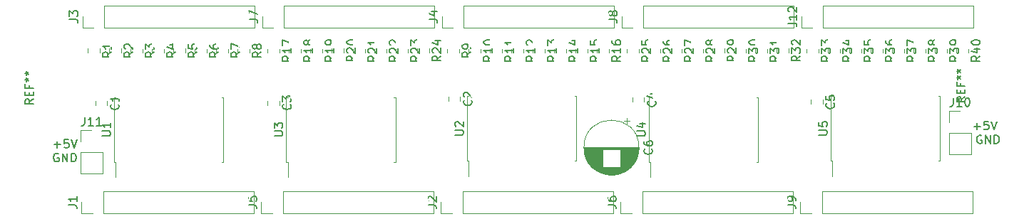
<source format=gto>
G04 #@! TF.GenerationSoftware,KiCad,Pcbnew,(5.1.8)-1*
G04 #@! TF.CreationDate,2021-04-28T16:49:30+01:00*
G04 #@! TF.ProjectId,Altair buffer,416c7461-6972-4206-9275-666665722e6b,rev?*
G04 #@! TF.SameCoordinates,Original*
G04 #@! TF.FileFunction,Legend,Top*
G04 #@! TF.FilePolarity,Positive*
%FSLAX46Y46*%
G04 Gerber Fmt 4.6, Leading zero omitted, Abs format (unit mm)*
G04 Created by KiCad (PCBNEW (5.1.8)-1) date 2021-04-28 16:49:30*
%MOMM*%
%LPD*%
G01*
G04 APERTURE LIST*
%ADD10C,0.150000*%
%ADD11C,0.120000*%
%ADD12O,1.700000X1.700000*%
%ADD13R,1.700000X1.700000*%
%ADD14C,5.600000*%
%ADD15C,1.600000*%
%ADD16R,1.600000X1.600000*%
G04 APERTURE END LIST*
D10*
X160639333Y-96274428D02*
X161401238Y-96274428D01*
X161020285Y-96655380D02*
X161020285Y-95893476D01*
X162353619Y-95655380D02*
X161877428Y-95655380D01*
X161829809Y-96131571D01*
X161877428Y-96083952D01*
X161972666Y-96036333D01*
X162210761Y-96036333D01*
X162306000Y-96083952D01*
X162353619Y-96131571D01*
X162401238Y-96226809D01*
X162401238Y-96464904D01*
X162353619Y-96560142D01*
X162306000Y-96607761D01*
X162210761Y-96655380D01*
X161972666Y-96655380D01*
X161877428Y-96607761D01*
X161829809Y-96560142D01*
X162686952Y-95655380D02*
X163020285Y-96655380D01*
X163353619Y-95655380D01*
X161544095Y-97353000D02*
X161448857Y-97305380D01*
X161306000Y-97305380D01*
X161163142Y-97353000D01*
X161067904Y-97448238D01*
X161020285Y-97543476D01*
X160972666Y-97733952D01*
X160972666Y-97876809D01*
X161020285Y-98067285D01*
X161067904Y-98162523D01*
X161163142Y-98257761D01*
X161306000Y-98305380D01*
X161401238Y-98305380D01*
X161544095Y-98257761D01*
X161591714Y-98210142D01*
X161591714Y-97876809D01*
X161401238Y-97876809D01*
X162020285Y-98305380D02*
X162020285Y-97305380D01*
X162591714Y-98305380D01*
X162591714Y-97305380D01*
X163067904Y-98305380D02*
X163067904Y-97305380D01*
X163306000Y-97305380D01*
X163448857Y-97353000D01*
X163544095Y-97448238D01*
X163591714Y-97543476D01*
X163639333Y-97733952D01*
X163639333Y-97876809D01*
X163591714Y-98067285D01*
X163544095Y-98162523D01*
X163448857Y-98257761D01*
X163306000Y-98305380D01*
X163067904Y-98305380D01*
X51419285Y-98433428D02*
X52181190Y-98433428D01*
X51800238Y-98814380D02*
X51800238Y-98052476D01*
X53133571Y-97814380D02*
X52657380Y-97814380D01*
X52609761Y-98290571D01*
X52657380Y-98242952D01*
X52752619Y-98195333D01*
X52990714Y-98195333D01*
X53085952Y-98242952D01*
X53133571Y-98290571D01*
X53181190Y-98385809D01*
X53181190Y-98623904D01*
X53133571Y-98719142D01*
X53085952Y-98766761D01*
X52990714Y-98814380D01*
X52752619Y-98814380D01*
X52657380Y-98766761D01*
X52609761Y-98719142D01*
X53466904Y-97814380D02*
X53800238Y-98814380D01*
X54133571Y-97814380D01*
X51943095Y-99512000D02*
X51847857Y-99464380D01*
X51705000Y-99464380D01*
X51562142Y-99512000D01*
X51466904Y-99607238D01*
X51419285Y-99702476D01*
X51371666Y-99892952D01*
X51371666Y-100035809D01*
X51419285Y-100226285D01*
X51466904Y-100321523D01*
X51562142Y-100416761D01*
X51705000Y-100464380D01*
X51800238Y-100464380D01*
X51943095Y-100416761D01*
X51990714Y-100369142D01*
X51990714Y-100035809D01*
X51800238Y-100035809D01*
X52419285Y-100464380D02*
X52419285Y-99464380D01*
X52990714Y-100464380D01*
X52990714Y-99464380D01*
X53466904Y-100464380D02*
X53466904Y-99464380D01*
X53705000Y-99464380D01*
X53847857Y-99512000D01*
X53943095Y-99607238D01*
X53990714Y-99702476D01*
X54038333Y-99892952D01*
X54038333Y-100035809D01*
X53990714Y-100226285D01*
X53943095Y-100321523D01*
X53847857Y-100416761D01*
X53705000Y-100464380D01*
X53466904Y-100464380D01*
D11*
X117916000Y-84515000D02*
X117916000Y-81855000D01*
X100076000Y-84515000D02*
X117916000Y-84515000D01*
X100076000Y-81855000D02*
X117916000Y-81855000D01*
X100076000Y-84515000D02*
X100076000Y-81855000D01*
X98806000Y-84515000D02*
X97476000Y-84515000D01*
X97476000Y-84515000D02*
X97476000Y-83185000D01*
X139252000Y-84515000D02*
X139252000Y-81855000D01*
X121412000Y-84515000D02*
X139252000Y-84515000D01*
X121412000Y-81855000D02*
X139252000Y-81855000D01*
X121412000Y-84515000D02*
X121412000Y-81855000D01*
X120142000Y-84515000D02*
X118812000Y-84515000D01*
X118812000Y-84515000D02*
X118812000Y-83185000D01*
X96580000Y-84515000D02*
X96580000Y-81855000D01*
X78740000Y-84515000D02*
X96580000Y-84515000D01*
X78740000Y-81855000D02*
X96580000Y-81855000D01*
X78740000Y-84515000D02*
X78740000Y-81855000D01*
X77470000Y-84515000D02*
X76140000Y-84515000D01*
X76140000Y-84515000D02*
X76140000Y-83185000D01*
X75244000Y-84515000D02*
X75244000Y-81855000D01*
X57404000Y-84515000D02*
X75244000Y-84515000D01*
X57404000Y-81855000D02*
X75244000Y-81855000D01*
X57404000Y-84515000D02*
X57404000Y-81855000D01*
X56134000Y-84515000D02*
X54804000Y-84515000D01*
X54804000Y-84515000D02*
X54804000Y-83185000D01*
X160588000Y-84515000D02*
X160588000Y-81855000D01*
X142748000Y-84515000D02*
X160588000Y-84515000D01*
X142748000Y-81855000D02*
X160588000Y-81855000D01*
X142748000Y-84515000D02*
X142748000Y-81855000D01*
X141478000Y-84515000D02*
X140148000Y-84515000D01*
X140148000Y-84515000D02*
X140148000Y-83185000D01*
X54550000Y-101914000D02*
X57210000Y-101914000D01*
X54550000Y-99314000D02*
X54550000Y-101914000D01*
X57210000Y-99314000D02*
X57210000Y-101914000D01*
X54550000Y-99314000D02*
X57210000Y-99314000D01*
X54550000Y-98044000D02*
X54550000Y-96714000D01*
X54550000Y-96714000D02*
X55880000Y-96714000D01*
X157674000Y-99628000D02*
X160334000Y-99628000D01*
X157674000Y-97028000D02*
X157674000Y-99628000D01*
X160334000Y-97028000D02*
X160334000Y-99628000D01*
X157674000Y-97028000D02*
X160334000Y-97028000D01*
X157674000Y-95758000D02*
X157674000Y-94428000D01*
X157674000Y-94428000D02*
X159004000Y-94428000D01*
X156624000Y-96520000D02*
X156624000Y-92660000D01*
X156624000Y-92660000D02*
X156389000Y-92660000D01*
X156624000Y-96520000D02*
X156624000Y-100380000D01*
X156624000Y-100380000D02*
X156389000Y-100380000D01*
X143604000Y-96520000D02*
X143604000Y-92660000D01*
X143604000Y-92660000D02*
X143839000Y-92660000D01*
X143604000Y-96520000D02*
X143604000Y-100380000D01*
X143604000Y-100380000D02*
X143839000Y-100380000D01*
X143839000Y-100380000D02*
X143839000Y-102195000D01*
X135034000Y-96647000D02*
X135034000Y-92787000D01*
X135034000Y-92787000D02*
X134799000Y-92787000D01*
X135034000Y-96647000D02*
X135034000Y-100507000D01*
X135034000Y-100507000D02*
X134799000Y-100507000D01*
X122014000Y-96647000D02*
X122014000Y-92787000D01*
X122014000Y-92787000D02*
X122249000Y-92787000D01*
X122014000Y-96647000D02*
X122014000Y-100507000D01*
X122014000Y-100507000D02*
X122249000Y-100507000D01*
X122249000Y-100507000D02*
X122249000Y-102322000D01*
X91981000Y-96647000D02*
X91981000Y-92787000D01*
X91981000Y-92787000D02*
X91746000Y-92787000D01*
X91981000Y-96647000D02*
X91981000Y-100507000D01*
X91981000Y-100507000D02*
X91746000Y-100507000D01*
X78961000Y-96647000D02*
X78961000Y-92787000D01*
X78961000Y-92787000D02*
X79196000Y-92787000D01*
X78961000Y-96647000D02*
X78961000Y-100507000D01*
X78961000Y-100507000D02*
X79196000Y-100507000D01*
X79196000Y-100507000D02*
X79196000Y-102322000D01*
X113444000Y-96520000D02*
X113444000Y-92660000D01*
X113444000Y-92660000D02*
X113209000Y-92660000D01*
X113444000Y-96520000D02*
X113444000Y-100380000D01*
X113444000Y-100380000D02*
X113209000Y-100380000D01*
X100424000Y-96520000D02*
X100424000Y-92660000D01*
X100424000Y-92660000D02*
X100659000Y-92660000D01*
X100424000Y-96520000D02*
X100424000Y-100380000D01*
X100424000Y-100380000D02*
X100659000Y-100380000D01*
X100659000Y-100380000D02*
X100659000Y-102195000D01*
X71534000Y-96647000D02*
X71534000Y-92787000D01*
X71534000Y-92787000D02*
X71299000Y-92787000D01*
X71534000Y-96647000D02*
X71534000Y-100507000D01*
X71534000Y-100507000D02*
X71299000Y-100507000D01*
X58514000Y-96647000D02*
X58514000Y-92787000D01*
X58514000Y-92787000D02*
X58749000Y-92787000D01*
X58514000Y-96647000D02*
X58514000Y-100507000D01*
X58514000Y-100507000D02*
X58749000Y-100507000D01*
X58749000Y-100507000D02*
X58749000Y-102322000D01*
X159993000Y-87021936D02*
X159993000Y-87476064D01*
X158523000Y-87021936D02*
X158523000Y-87476064D01*
X157453000Y-87021936D02*
X157453000Y-87476064D01*
X155983000Y-87021936D02*
X155983000Y-87476064D01*
X154913000Y-87021936D02*
X154913000Y-87476064D01*
X153443000Y-87021936D02*
X153443000Y-87476064D01*
X152373000Y-87021936D02*
X152373000Y-87476064D01*
X150903000Y-87021936D02*
X150903000Y-87476064D01*
X149833000Y-87021936D02*
X149833000Y-87476064D01*
X148363000Y-87021936D02*
X148363000Y-87476064D01*
X147293000Y-87021936D02*
X147293000Y-87476064D01*
X145823000Y-87021936D02*
X145823000Y-87476064D01*
X144753000Y-87021936D02*
X144753000Y-87476064D01*
X143283000Y-87021936D02*
X143283000Y-87476064D01*
X142213000Y-87021936D02*
X142213000Y-87476064D01*
X140743000Y-87021936D02*
X140743000Y-87476064D01*
X138657000Y-87005936D02*
X138657000Y-87460064D01*
X137187000Y-87005936D02*
X137187000Y-87460064D01*
X136117000Y-87021936D02*
X136117000Y-87476064D01*
X134647000Y-87021936D02*
X134647000Y-87476064D01*
X133577000Y-87021936D02*
X133577000Y-87476064D01*
X132107000Y-87021936D02*
X132107000Y-87476064D01*
X131037000Y-87005936D02*
X131037000Y-87460064D01*
X129567000Y-87005936D02*
X129567000Y-87460064D01*
X128497000Y-87021936D02*
X128497000Y-87476064D01*
X127027000Y-87021936D02*
X127027000Y-87476064D01*
X125957000Y-87021936D02*
X125957000Y-87476064D01*
X124487000Y-87021936D02*
X124487000Y-87476064D01*
X123417000Y-87037936D02*
X123417000Y-87492064D01*
X121947000Y-87037936D02*
X121947000Y-87492064D01*
X120877000Y-87021936D02*
X120877000Y-87476064D01*
X119407000Y-87021936D02*
X119407000Y-87476064D01*
X95985000Y-87005936D02*
X95985000Y-87460064D01*
X94515000Y-87005936D02*
X94515000Y-87460064D01*
X93445000Y-87021936D02*
X93445000Y-87476064D01*
X91975000Y-87021936D02*
X91975000Y-87476064D01*
X90905000Y-87021936D02*
X90905000Y-87476064D01*
X89435000Y-87021936D02*
X89435000Y-87476064D01*
X88365000Y-87021936D02*
X88365000Y-87476064D01*
X86895000Y-87021936D02*
X86895000Y-87476064D01*
X85825000Y-87005936D02*
X85825000Y-87460064D01*
X84355000Y-87005936D02*
X84355000Y-87460064D01*
X83285000Y-87021936D02*
X83285000Y-87476064D01*
X81815000Y-87021936D02*
X81815000Y-87476064D01*
X80745000Y-87021936D02*
X80745000Y-87476064D01*
X79275000Y-87021936D02*
X79275000Y-87476064D01*
X78205000Y-87021936D02*
X78205000Y-87476064D01*
X76735000Y-87021936D02*
X76735000Y-87476064D01*
X117321000Y-87021936D02*
X117321000Y-87476064D01*
X115851000Y-87021936D02*
X115851000Y-87476064D01*
X114781000Y-87021936D02*
X114781000Y-87476064D01*
X113311000Y-87021936D02*
X113311000Y-87476064D01*
X112241000Y-87021936D02*
X112241000Y-87476064D01*
X110771000Y-87021936D02*
X110771000Y-87476064D01*
X109701000Y-87021936D02*
X109701000Y-87476064D01*
X108231000Y-87021936D02*
X108231000Y-87476064D01*
X107161000Y-87021936D02*
X107161000Y-87476064D01*
X105691000Y-87021936D02*
X105691000Y-87476064D01*
X104621000Y-87021936D02*
X104621000Y-87476064D01*
X103151000Y-87021936D02*
X103151000Y-87476064D01*
X102081000Y-87021936D02*
X102081000Y-87476064D01*
X100611000Y-87021936D02*
X100611000Y-87476064D01*
X99541000Y-87021936D02*
X99541000Y-87476064D01*
X98071000Y-87021936D02*
X98071000Y-87476064D01*
X74649000Y-87021936D02*
X74649000Y-87476064D01*
X73179000Y-87021936D02*
X73179000Y-87476064D01*
X72109000Y-87021936D02*
X72109000Y-87476064D01*
X70639000Y-87021936D02*
X70639000Y-87476064D01*
X69569000Y-87021936D02*
X69569000Y-87476064D01*
X68099000Y-87021936D02*
X68099000Y-87476064D01*
X67029000Y-87005936D02*
X67029000Y-87460064D01*
X65559000Y-87005936D02*
X65559000Y-87460064D01*
X64489000Y-87021936D02*
X64489000Y-87476064D01*
X63019000Y-87021936D02*
X63019000Y-87476064D01*
X61949000Y-87021936D02*
X61949000Y-87476064D01*
X60479000Y-87021936D02*
X60479000Y-87476064D01*
X59409000Y-87005936D02*
X59409000Y-87460064D01*
X57939000Y-87005936D02*
X57939000Y-87460064D01*
X56869000Y-87005936D02*
X56869000Y-87460064D01*
X55399000Y-87005936D02*
X55399000Y-87460064D01*
X160461000Y-106613000D02*
X160461000Y-103953000D01*
X142621000Y-106613000D02*
X160461000Y-106613000D01*
X142621000Y-103953000D02*
X160461000Y-103953000D01*
X142621000Y-106613000D02*
X142621000Y-103953000D01*
X141351000Y-106613000D02*
X140021000Y-106613000D01*
X140021000Y-106613000D02*
X140021000Y-105283000D01*
X139125000Y-106613000D02*
X139125000Y-103953000D01*
X121285000Y-106613000D02*
X139125000Y-106613000D01*
X121285000Y-103953000D02*
X139125000Y-103953000D01*
X121285000Y-106613000D02*
X121285000Y-103953000D01*
X120015000Y-106613000D02*
X118685000Y-106613000D01*
X118685000Y-106613000D02*
X118685000Y-105283000D01*
X96453000Y-106613000D02*
X96453000Y-103953000D01*
X78613000Y-106613000D02*
X96453000Y-106613000D01*
X78613000Y-103953000D02*
X96453000Y-103953000D01*
X78613000Y-106613000D02*
X78613000Y-103953000D01*
X77343000Y-106613000D02*
X76013000Y-106613000D01*
X76013000Y-106613000D02*
X76013000Y-105283000D01*
X117789000Y-106613000D02*
X117789000Y-103953000D01*
X99949000Y-106613000D02*
X117789000Y-106613000D01*
X99949000Y-103953000D02*
X117789000Y-103953000D01*
X99949000Y-106613000D02*
X99949000Y-103953000D01*
X98679000Y-106613000D02*
X97349000Y-106613000D01*
X97349000Y-106613000D02*
X97349000Y-105283000D01*
X75117000Y-106613000D02*
X75117000Y-103953000D01*
X57277000Y-106613000D02*
X75117000Y-106613000D01*
X57277000Y-103953000D02*
X75117000Y-103953000D01*
X57277000Y-106613000D02*
X57277000Y-103953000D01*
X56007000Y-106613000D02*
X54677000Y-106613000D01*
X54677000Y-106613000D02*
X54677000Y-105283000D01*
X120872000Y-98786000D02*
G75*
G03*
X120872000Y-98786000I-3270000J0D01*
G01*
X120832000Y-98786000D02*
X114372000Y-98786000D01*
X120832000Y-98826000D02*
X114372000Y-98826000D01*
X120832000Y-98866000D02*
X114372000Y-98866000D01*
X120830000Y-98906000D02*
X114374000Y-98906000D01*
X120829000Y-98946000D02*
X114375000Y-98946000D01*
X120826000Y-98986000D02*
X114378000Y-98986000D01*
X120824000Y-99026000D02*
X118642000Y-99026000D01*
X116562000Y-99026000D02*
X114380000Y-99026000D01*
X120820000Y-99066000D02*
X118642000Y-99066000D01*
X116562000Y-99066000D02*
X114384000Y-99066000D01*
X120817000Y-99106000D02*
X118642000Y-99106000D01*
X116562000Y-99106000D02*
X114387000Y-99106000D01*
X120813000Y-99146000D02*
X118642000Y-99146000D01*
X116562000Y-99146000D02*
X114391000Y-99146000D01*
X120808000Y-99186000D02*
X118642000Y-99186000D01*
X116562000Y-99186000D02*
X114396000Y-99186000D01*
X120803000Y-99226000D02*
X118642000Y-99226000D01*
X116562000Y-99226000D02*
X114401000Y-99226000D01*
X120797000Y-99266000D02*
X118642000Y-99266000D01*
X116562000Y-99266000D02*
X114407000Y-99266000D01*
X120791000Y-99306000D02*
X118642000Y-99306000D01*
X116562000Y-99306000D02*
X114413000Y-99306000D01*
X120784000Y-99346000D02*
X118642000Y-99346000D01*
X116562000Y-99346000D02*
X114420000Y-99346000D01*
X120777000Y-99386000D02*
X118642000Y-99386000D01*
X116562000Y-99386000D02*
X114427000Y-99386000D01*
X120769000Y-99426000D02*
X118642000Y-99426000D01*
X116562000Y-99426000D02*
X114435000Y-99426000D01*
X120761000Y-99466000D02*
X118642000Y-99466000D01*
X116562000Y-99466000D02*
X114443000Y-99466000D01*
X120752000Y-99507000D02*
X118642000Y-99507000D01*
X116562000Y-99507000D02*
X114452000Y-99507000D01*
X120743000Y-99547000D02*
X118642000Y-99547000D01*
X116562000Y-99547000D02*
X114461000Y-99547000D01*
X120733000Y-99587000D02*
X118642000Y-99587000D01*
X116562000Y-99587000D02*
X114471000Y-99587000D01*
X120723000Y-99627000D02*
X118642000Y-99627000D01*
X116562000Y-99627000D02*
X114481000Y-99627000D01*
X120712000Y-99667000D02*
X118642000Y-99667000D01*
X116562000Y-99667000D02*
X114492000Y-99667000D01*
X120700000Y-99707000D02*
X118642000Y-99707000D01*
X116562000Y-99707000D02*
X114504000Y-99707000D01*
X120688000Y-99747000D02*
X118642000Y-99747000D01*
X116562000Y-99747000D02*
X114516000Y-99747000D01*
X120676000Y-99787000D02*
X118642000Y-99787000D01*
X116562000Y-99787000D02*
X114528000Y-99787000D01*
X120663000Y-99827000D02*
X118642000Y-99827000D01*
X116562000Y-99827000D02*
X114541000Y-99827000D01*
X120649000Y-99867000D02*
X118642000Y-99867000D01*
X116562000Y-99867000D02*
X114555000Y-99867000D01*
X120635000Y-99907000D02*
X118642000Y-99907000D01*
X116562000Y-99907000D02*
X114569000Y-99907000D01*
X120620000Y-99947000D02*
X118642000Y-99947000D01*
X116562000Y-99947000D02*
X114584000Y-99947000D01*
X120604000Y-99987000D02*
X118642000Y-99987000D01*
X116562000Y-99987000D02*
X114600000Y-99987000D01*
X120588000Y-100027000D02*
X118642000Y-100027000D01*
X116562000Y-100027000D02*
X114616000Y-100027000D01*
X120572000Y-100067000D02*
X118642000Y-100067000D01*
X116562000Y-100067000D02*
X114632000Y-100067000D01*
X120554000Y-100107000D02*
X118642000Y-100107000D01*
X116562000Y-100107000D02*
X114650000Y-100107000D01*
X120536000Y-100147000D02*
X118642000Y-100147000D01*
X116562000Y-100147000D02*
X114668000Y-100147000D01*
X120518000Y-100187000D02*
X118642000Y-100187000D01*
X116562000Y-100187000D02*
X114686000Y-100187000D01*
X120498000Y-100227000D02*
X118642000Y-100227000D01*
X116562000Y-100227000D02*
X114706000Y-100227000D01*
X120478000Y-100267000D02*
X118642000Y-100267000D01*
X116562000Y-100267000D02*
X114726000Y-100267000D01*
X120458000Y-100307000D02*
X118642000Y-100307000D01*
X116562000Y-100307000D02*
X114746000Y-100307000D01*
X120436000Y-100347000D02*
X118642000Y-100347000D01*
X116562000Y-100347000D02*
X114768000Y-100347000D01*
X120414000Y-100387000D02*
X118642000Y-100387000D01*
X116562000Y-100387000D02*
X114790000Y-100387000D01*
X120392000Y-100427000D02*
X118642000Y-100427000D01*
X116562000Y-100427000D02*
X114812000Y-100427000D01*
X120368000Y-100467000D02*
X118642000Y-100467000D01*
X116562000Y-100467000D02*
X114836000Y-100467000D01*
X120344000Y-100507000D02*
X118642000Y-100507000D01*
X116562000Y-100507000D02*
X114860000Y-100507000D01*
X120318000Y-100547000D02*
X118642000Y-100547000D01*
X116562000Y-100547000D02*
X114886000Y-100547000D01*
X120292000Y-100587000D02*
X118642000Y-100587000D01*
X116562000Y-100587000D02*
X114912000Y-100587000D01*
X120266000Y-100627000D02*
X118642000Y-100627000D01*
X116562000Y-100627000D02*
X114938000Y-100627000D01*
X120238000Y-100667000D02*
X118642000Y-100667000D01*
X116562000Y-100667000D02*
X114966000Y-100667000D01*
X120209000Y-100707000D02*
X118642000Y-100707000D01*
X116562000Y-100707000D02*
X114995000Y-100707000D01*
X120180000Y-100747000D02*
X118642000Y-100747000D01*
X116562000Y-100747000D02*
X115024000Y-100747000D01*
X120150000Y-100787000D02*
X118642000Y-100787000D01*
X116562000Y-100787000D02*
X115054000Y-100787000D01*
X120118000Y-100827000D02*
X118642000Y-100827000D01*
X116562000Y-100827000D02*
X115086000Y-100827000D01*
X120086000Y-100867000D02*
X118642000Y-100867000D01*
X116562000Y-100867000D02*
X115118000Y-100867000D01*
X120052000Y-100907000D02*
X118642000Y-100907000D01*
X116562000Y-100907000D02*
X115152000Y-100907000D01*
X120018000Y-100947000D02*
X118642000Y-100947000D01*
X116562000Y-100947000D02*
X115186000Y-100947000D01*
X119982000Y-100987000D02*
X118642000Y-100987000D01*
X116562000Y-100987000D02*
X115222000Y-100987000D01*
X119945000Y-101027000D02*
X118642000Y-101027000D01*
X116562000Y-101027000D02*
X115259000Y-101027000D01*
X119907000Y-101067000D02*
X118642000Y-101067000D01*
X116562000Y-101067000D02*
X115297000Y-101067000D01*
X119867000Y-101107000D02*
X115337000Y-101107000D01*
X119826000Y-101147000D02*
X115378000Y-101147000D01*
X119784000Y-101187000D02*
X115420000Y-101187000D01*
X119739000Y-101227000D02*
X115465000Y-101227000D01*
X119694000Y-101267000D02*
X115510000Y-101267000D01*
X119646000Y-101307000D02*
X115558000Y-101307000D01*
X119597000Y-101347000D02*
X115607000Y-101347000D01*
X119546000Y-101387000D02*
X115658000Y-101387000D01*
X119492000Y-101427000D02*
X115712000Y-101427000D01*
X119436000Y-101467000D02*
X115768000Y-101467000D01*
X119378000Y-101507000D02*
X115826000Y-101507000D01*
X119316000Y-101547000D02*
X115888000Y-101547000D01*
X119252000Y-101587000D02*
X115952000Y-101587000D01*
X119183000Y-101627000D02*
X116021000Y-101627000D01*
X119111000Y-101667000D02*
X116093000Y-101667000D01*
X119034000Y-101707000D02*
X116170000Y-101707000D01*
X118952000Y-101747000D02*
X116252000Y-101747000D01*
X118864000Y-101787000D02*
X116340000Y-101787000D01*
X118767000Y-101827000D02*
X116437000Y-101827000D01*
X118661000Y-101867000D02*
X116543000Y-101867000D01*
X118542000Y-101907000D02*
X116662000Y-101907000D01*
X118404000Y-101947000D02*
X116800000Y-101947000D01*
X118235000Y-101987000D02*
X116969000Y-101987000D01*
X118004000Y-102027000D02*
X117200000Y-102027000D01*
X119441000Y-95285759D02*
X119441000Y-95915759D01*
X119756000Y-95600759D02*
X119126000Y-95600759D01*
X142696000Y-93083748D02*
X142696000Y-93606252D01*
X141276000Y-93083748D02*
X141276000Y-93606252D01*
X121487000Y-92829748D02*
X121487000Y-93352252D01*
X120067000Y-92829748D02*
X120067000Y-93352252D01*
X78180000Y-93210748D02*
X78180000Y-93733252D01*
X76760000Y-93210748D02*
X76760000Y-93733252D01*
X99643000Y-92711748D02*
X99643000Y-93234252D01*
X98223000Y-92711748D02*
X98223000Y-93234252D01*
X57733000Y-93210748D02*
X57733000Y-93733252D01*
X56313000Y-93210748D02*
X56313000Y-93733252D01*
D10*
X95928380Y-83518333D02*
X96642666Y-83518333D01*
X96785523Y-83565952D01*
X96880761Y-83661190D01*
X96928380Y-83804047D01*
X96928380Y-83899285D01*
X96261714Y-82613571D02*
X96928380Y-82613571D01*
X95880761Y-82851666D02*
X96595047Y-83089761D01*
X96595047Y-82470714D01*
X117264380Y-83518333D02*
X117978666Y-83518333D01*
X118121523Y-83565952D01*
X118216761Y-83661190D01*
X118264380Y-83804047D01*
X118264380Y-83899285D01*
X117692952Y-82899285D02*
X117645333Y-82994523D01*
X117597714Y-83042142D01*
X117502476Y-83089761D01*
X117454857Y-83089761D01*
X117359619Y-83042142D01*
X117312000Y-82994523D01*
X117264380Y-82899285D01*
X117264380Y-82708809D01*
X117312000Y-82613571D01*
X117359619Y-82565952D01*
X117454857Y-82518333D01*
X117502476Y-82518333D01*
X117597714Y-82565952D01*
X117645333Y-82613571D01*
X117692952Y-82708809D01*
X117692952Y-82899285D01*
X117740571Y-82994523D01*
X117788190Y-83042142D01*
X117883428Y-83089761D01*
X118073904Y-83089761D01*
X118169142Y-83042142D01*
X118216761Y-82994523D01*
X118264380Y-82899285D01*
X118264380Y-82708809D01*
X118216761Y-82613571D01*
X118169142Y-82565952D01*
X118073904Y-82518333D01*
X117883428Y-82518333D01*
X117788190Y-82565952D01*
X117740571Y-82613571D01*
X117692952Y-82708809D01*
X74592380Y-83518333D02*
X75306666Y-83518333D01*
X75449523Y-83565952D01*
X75544761Y-83661190D01*
X75592380Y-83804047D01*
X75592380Y-83899285D01*
X74592380Y-83137380D02*
X74592380Y-82470714D01*
X75592380Y-82899285D01*
X53256380Y-83518333D02*
X53970666Y-83518333D01*
X54113523Y-83565952D01*
X54208761Y-83661190D01*
X54256380Y-83804047D01*
X54256380Y-83899285D01*
X53256380Y-83137380D02*
X53256380Y-82518333D01*
X53637333Y-82851666D01*
X53637333Y-82708809D01*
X53684952Y-82613571D01*
X53732571Y-82565952D01*
X53827809Y-82518333D01*
X54065904Y-82518333D01*
X54161142Y-82565952D01*
X54208761Y-82613571D01*
X54256380Y-82708809D01*
X54256380Y-82994523D01*
X54208761Y-83089761D01*
X54161142Y-83137380D01*
X138600380Y-83994523D02*
X139314666Y-83994523D01*
X139457523Y-84042142D01*
X139552761Y-84137380D01*
X139600380Y-84280238D01*
X139600380Y-84375476D01*
X139600380Y-82994523D02*
X139600380Y-83565952D01*
X139600380Y-83280238D02*
X138600380Y-83280238D01*
X138743238Y-83375476D01*
X138838476Y-83470714D01*
X138886095Y-83565952D01*
X138695619Y-82613571D02*
X138648000Y-82565952D01*
X138600380Y-82470714D01*
X138600380Y-82232619D01*
X138648000Y-82137380D01*
X138695619Y-82089761D01*
X138790857Y-82042142D01*
X138886095Y-82042142D01*
X139028952Y-82089761D01*
X139600380Y-82661190D01*
X139600380Y-82042142D01*
X159593380Y-92773333D02*
X159117190Y-93106666D01*
X159593380Y-93344761D02*
X158593380Y-93344761D01*
X158593380Y-92963809D01*
X158641000Y-92868571D01*
X158688619Y-92820952D01*
X158783857Y-92773333D01*
X158926714Y-92773333D01*
X159021952Y-92820952D01*
X159069571Y-92868571D01*
X159117190Y-92963809D01*
X159117190Y-93344761D01*
X159069571Y-92344761D02*
X159069571Y-92011428D01*
X159593380Y-91868571D02*
X159593380Y-92344761D01*
X158593380Y-92344761D01*
X158593380Y-91868571D01*
X159069571Y-91106666D02*
X159069571Y-91440000D01*
X159593380Y-91440000D02*
X158593380Y-91440000D01*
X158593380Y-90963809D01*
X158593380Y-90440000D02*
X158831476Y-90440000D01*
X158736238Y-90678095D02*
X158831476Y-90440000D01*
X158736238Y-90201904D01*
X159021952Y-90582857D02*
X158831476Y-90440000D01*
X159021952Y-90297142D01*
X158593380Y-89678095D02*
X158831476Y-89678095D01*
X158736238Y-89916190D02*
X158831476Y-89678095D01*
X158736238Y-89440000D01*
X159021952Y-89820952D02*
X158831476Y-89678095D01*
X159021952Y-89535238D01*
X48976380Y-93027333D02*
X48500190Y-93360666D01*
X48976380Y-93598761D02*
X47976380Y-93598761D01*
X47976380Y-93217809D01*
X48024000Y-93122571D01*
X48071619Y-93074952D01*
X48166857Y-93027333D01*
X48309714Y-93027333D01*
X48404952Y-93074952D01*
X48452571Y-93122571D01*
X48500190Y-93217809D01*
X48500190Y-93598761D01*
X48452571Y-92598761D02*
X48452571Y-92265428D01*
X48976380Y-92122571D02*
X48976380Y-92598761D01*
X47976380Y-92598761D01*
X47976380Y-92122571D01*
X48452571Y-91360666D02*
X48452571Y-91694000D01*
X48976380Y-91694000D02*
X47976380Y-91694000D01*
X47976380Y-91217809D01*
X47976380Y-90694000D02*
X48214476Y-90694000D01*
X48119238Y-90932095D02*
X48214476Y-90694000D01*
X48119238Y-90455904D01*
X48404952Y-90836857D02*
X48214476Y-90694000D01*
X48404952Y-90551142D01*
X47976380Y-89932095D02*
X48214476Y-89932095D01*
X48119238Y-90170190D02*
X48214476Y-89932095D01*
X48119238Y-89694000D01*
X48404952Y-90074952D02*
X48214476Y-89932095D01*
X48404952Y-89789238D01*
X55070476Y-95166380D02*
X55070476Y-95880666D01*
X55022857Y-96023523D01*
X54927619Y-96118761D01*
X54784761Y-96166380D01*
X54689523Y-96166380D01*
X56070476Y-96166380D02*
X55499047Y-96166380D01*
X55784761Y-96166380D02*
X55784761Y-95166380D01*
X55689523Y-95309238D01*
X55594285Y-95404476D01*
X55499047Y-95452095D01*
X57022857Y-96166380D02*
X56451428Y-96166380D01*
X56737142Y-96166380D02*
X56737142Y-95166380D01*
X56641904Y-95309238D01*
X56546666Y-95404476D01*
X56451428Y-95452095D01*
X158194476Y-92880380D02*
X158194476Y-93594666D01*
X158146857Y-93737523D01*
X158051619Y-93832761D01*
X157908761Y-93880380D01*
X157813523Y-93880380D01*
X159194476Y-93880380D02*
X158623047Y-93880380D01*
X158908761Y-93880380D02*
X158908761Y-92880380D01*
X158813523Y-93023238D01*
X158718285Y-93118476D01*
X158623047Y-93166095D01*
X159813523Y-92880380D02*
X159908761Y-92880380D01*
X160004000Y-92928000D01*
X160051619Y-92975619D01*
X160099238Y-93070857D01*
X160146857Y-93261333D01*
X160146857Y-93499428D01*
X160099238Y-93689904D01*
X160051619Y-93785142D01*
X160004000Y-93832761D01*
X159908761Y-93880380D01*
X159813523Y-93880380D01*
X159718285Y-93832761D01*
X159670666Y-93785142D01*
X159623047Y-93689904D01*
X159575428Y-93499428D01*
X159575428Y-93261333D01*
X159623047Y-93070857D01*
X159670666Y-92975619D01*
X159718285Y-92928000D01*
X159813523Y-92880380D01*
X142216380Y-97281904D02*
X143025904Y-97281904D01*
X143121142Y-97234285D01*
X143168761Y-97186666D01*
X143216380Y-97091428D01*
X143216380Y-96900952D01*
X143168761Y-96805714D01*
X143121142Y-96758095D01*
X143025904Y-96710476D01*
X142216380Y-96710476D01*
X142216380Y-95758095D02*
X142216380Y-96234285D01*
X142692571Y-96281904D01*
X142644952Y-96234285D01*
X142597333Y-96139047D01*
X142597333Y-95900952D01*
X142644952Y-95805714D01*
X142692571Y-95758095D01*
X142787809Y-95710476D01*
X143025904Y-95710476D01*
X143121142Y-95758095D01*
X143168761Y-95805714D01*
X143216380Y-95900952D01*
X143216380Y-96139047D01*
X143168761Y-96234285D01*
X143121142Y-96281904D01*
X120626380Y-97408904D02*
X121435904Y-97408904D01*
X121531142Y-97361285D01*
X121578761Y-97313666D01*
X121626380Y-97218428D01*
X121626380Y-97027952D01*
X121578761Y-96932714D01*
X121531142Y-96885095D01*
X121435904Y-96837476D01*
X120626380Y-96837476D01*
X120959714Y-95932714D02*
X121626380Y-95932714D01*
X120578761Y-96170809D02*
X121293047Y-96408904D01*
X121293047Y-95789857D01*
X77573380Y-97408904D02*
X78382904Y-97408904D01*
X78478142Y-97361285D01*
X78525761Y-97313666D01*
X78573380Y-97218428D01*
X78573380Y-97027952D01*
X78525761Y-96932714D01*
X78478142Y-96885095D01*
X78382904Y-96837476D01*
X77573380Y-96837476D01*
X77573380Y-96456523D02*
X77573380Y-95837476D01*
X77954333Y-96170809D01*
X77954333Y-96027952D01*
X78001952Y-95932714D01*
X78049571Y-95885095D01*
X78144809Y-95837476D01*
X78382904Y-95837476D01*
X78478142Y-95885095D01*
X78525761Y-95932714D01*
X78573380Y-96027952D01*
X78573380Y-96313666D01*
X78525761Y-96408904D01*
X78478142Y-96456523D01*
X99036380Y-97281904D02*
X99845904Y-97281904D01*
X99941142Y-97234285D01*
X99988761Y-97186666D01*
X100036380Y-97091428D01*
X100036380Y-96900952D01*
X99988761Y-96805714D01*
X99941142Y-96758095D01*
X99845904Y-96710476D01*
X99036380Y-96710476D01*
X99131619Y-96281904D02*
X99084000Y-96234285D01*
X99036380Y-96139047D01*
X99036380Y-95900952D01*
X99084000Y-95805714D01*
X99131619Y-95758095D01*
X99226857Y-95710476D01*
X99322095Y-95710476D01*
X99464952Y-95758095D01*
X100036380Y-96329523D01*
X100036380Y-95710476D01*
X57126380Y-97408904D02*
X57935904Y-97408904D01*
X58031142Y-97361285D01*
X58078761Y-97313666D01*
X58126380Y-97218428D01*
X58126380Y-97027952D01*
X58078761Y-96932714D01*
X58031142Y-96885095D01*
X57935904Y-96837476D01*
X57126380Y-96837476D01*
X58126380Y-95837476D02*
X58126380Y-96408904D01*
X58126380Y-96123190D02*
X57126380Y-96123190D01*
X57269238Y-96218428D01*
X57364476Y-96313666D01*
X57412095Y-96408904D01*
X161360380Y-87891857D02*
X160884190Y-88225190D01*
X161360380Y-88463285D02*
X160360380Y-88463285D01*
X160360380Y-88082333D01*
X160408000Y-87987095D01*
X160455619Y-87939476D01*
X160550857Y-87891857D01*
X160693714Y-87891857D01*
X160788952Y-87939476D01*
X160836571Y-87987095D01*
X160884190Y-88082333D01*
X160884190Y-88463285D01*
X160693714Y-87034714D02*
X161360380Y-87034714D01*
X160312761Y-87272809D02*
X161027047Y-87510904D01*
X161027047Y-86891857D01*
X160360380Y-86320428D02*
X160360380Y-86225190D01*
X160408000Y-86129952D01*
X160455619Y-86082333D01*
X160550857Y-86034714D01*
X160741333Y-85987095D01*
X160979428Y-85987095D01*
X161169904Y-86034714D01*
X161265142Y-86082333D01*
X161312761Y-86129952D01*
X161360380Y-86225190D01*
X161360380Y-86320428D01*
X161312761Y-86415666D01*
X161265142Y-86463285D01*
X161169904Y-86510904D01*
X160979428Y-86558523D01*
X160741333Y-86558523D01*
X160550857Y-86510904D01*
X160455619Y-86463285D01*
X160408000Y-86415666D01*
X160360380Y-86320428D01*
X158820380Y-87891857D02*
X158344190Y-88225190D01*
X158820380Y-88463285D02*
X157820380Y-88463285D01*
X157820380Y-88082333D01*
X157868000Y-87987095D01*
X157915619Y-87939476D01*
X158010857Y-87891857D01*
X158153714Y-87891857D01*
X158248952Y-87939476D01*
X158296571Y-87987095D01*
X158344190Y-88082333D01*
X158344190Y-88463285D01*
X157820380Y-87558523D02*
X157820380Y-86939476D01*
X158201333Y-87272809D01*
X158201333Y-87129952D01*
X158248952Y-87034714D01*
X158296571Y-86987095D01*
X158391809Y-86939476D01*
X158629904Y-86939476D01*
X158725142Y-86987095D01*
X158772761Y-87034714D01*
X158820380Y-87129952D01*
X158820380Y-87415666D01*
X158772761Y-87510904D01*
X158725142Y-87558523D01*
X158820380Y-86463285D02*
X158820380Y-86272809D01*
X158772761Y-86177571D01*
X158725142Y-86129952D01*
X158582285Y-86034714D01*
X158391809Y-85987095D01*
X158010857Y-85987095D01*
X157915619Y-86034714D01*
X157868000Y-86082333D01*
X157820380Y-86177571D01*
X157820380Y-86368047D01*
X157868000Y-86463285D01*
X157915619Y-86510904D01*
X158010857Y-86558523D01*
X158248952Y-86558523D01*
X158344190Y-86510904D01*
X158391809Y-86463285D01*
X158439428Y-86368047D01*
X158439428Y-86177571D01*
X158391809Y-86082333D01*
X158344190Y-86034714D01*
X158248952Y-85987095D01*
X156280380Y-87891857D02*
X155804190Y-88225190D01*
X156280380Y-88463285D02*
X155280380Y-88463285D01*
X155280380Y-88082333D01*
X155328000Y-87987095D01*
X155375619Y-87939476D01*
X155470857Y-87891857D01*
X155613714Y-87891857D01*
X155708952Y-87939476D01*
X155756571Y-87987095D01*
X155804190Y-88082333D01*
X155804190Y-88463285D01*
X155280380Y-87558523D02*
X155280380Y-86939476D01*
X155661333Y-87272809D01*
X155661333Y-87129952D01*
X155708952Y-87034714D01*
X155756571Y-86987095D01*
X155851809Y-86939476D01*
X156089904Y-86939476D01*
X156185142Y-86987095D01*
X156232761Y-87034714D01*
X156280380Y-87129952D01*
X156280380Y-87415666D01*
X156232761Y-87510904D01*
X156185142Y-87558523D01*
X155708952Y-86368047D02*
X155661333Y-86463285D01*
X155613714Y-86510904D01*
X155518476Y-86558523D01*
X155470857Y-86558523D01*
X155375619Y-86510904D01*
X155328000Y-86463285D01*
X155280380Y-86368047D01*
X155280380Y-86177571D01*
X155328000Y-86082333D01*
X155375619Y-86034714D01*
X155470857Y-85987095D01*
X155518476Y-85987095D01*
X155613714Y-86034714D01*
X155661333Y-86082333D01*
X155708952Y-86177571D01*
X155708952Y-86368047D01*
X155756571Y-86463285D01*
X155804190Y-86510904D01*
X155899428Y-86558523D01*
X156089904Y-86558523D01*
X156185142Y-86510904D01*
X156232761Y-86463285D01*
X156280380Y-86368047D01*
X156280380Y-86177571D01*
X156232761Y-86082333D01*
X156185142Y-86034714D01*
X156089904Y-85987095D01*
X155899428Y-85987095D01*
X155804190Y-86034714D01*
X155756571Y-86082333D01*
X155708952Y-86177571D01*
X153740380Y-87891857D02*
X153264190Y-88225190D01*
X153740380Y-88463285D02*
X152740380Y-88463285D01*
X152740380Y-88082333D01*
X152788000Y-87987095D01*
X152835619Y-87939476D01*
X152930857Y-87891857D01*
X153073714Y-87891857D01*
X153168952Y-87939476D01*
X153216571Y-87987095D01*
X153264190Y-88082333D01*
X153264190Y-88463285D01*
X152740380Y-87558523D02*
X152740380Y-86939476D01*
X153121333Y-87272809D01*
X153121333Y-87129952D01*
X153168952Y-87034714D01*
X153216571Y-86987095D01*
X153311809Y-86939476D01*
X153549904Y-86939476D01*
X153645142Y-86987095D01*
X153692761Y-87034714D01*
X153740380Y-87129952D01*
X153740380Y-87415666D01*
X153692761Y-87510904D01*
X153645142Y-87558523D01*
X152740380Y-86606142D02*
X152740380Y-85939476D01*
X153740380Y-86368047D01*
X151200380Y-87891857D02*
X150724190Y-88225190D01*
X151200380Y-88463285D02*
X150200380Y-88463285D01*
X150200380Y-88082333D01*
X150248000Y-87987095D01*
X150295619Y-87939476D01*
X150390857Y-87891857D01*
X150533714Y-87891857D01*
X150628952Y-87939476D01*
X150676571Y-87987095D01*
X150724190Y-88082333D01*
X150724190Y-88463285D01*
X150200380Y-87558523D02*
X150200380Y-86939476D01*
X150581333Y-87272809D01*
X150581333Y-87129952D01*
X150628952Y-87034714D01*
X150676571Y-86987095D01*
X150771809Y-86939476D01*
X151009904Y-86939476D01*
X151105142Y-86987095D01*
X151152761Y-87034714D01*
X151200380Y-87129952D01*
X151200380Y-87415666D01*
X151152761Y-87510904D01*
X151105142Y-87558523D01*
X150200380Y-86082333D02*
X150200380Y-86272809D01*
X150248000Y-86368047D01*
X150295619Y-86415666D01*
X150438476Y-86510904D01*
X150628952Y-86558523D01*
X151009904Y-86558523D01*
X151105142Y-86510904D01*
X151152761Y-86463285D01*
X151200380Y-86368047D01*
X151200380Y-86177571D01*
X151152761Y-86082333D01*
X151105142Y-86034714D01*
X151009904Y-85987095D01*
X150771809Y-85987095D01*
X150676571Y-86034714D01*
X150628952Y-86082333D01*
X150581333Y-86177571D01*
X150581333Y-86368047D01*
X150628952Y-86463285D01*
X150676571Y-86510904D01*
X150771809Y-86558523D01*
X148660380Y-87891857D02*
X148184190Y-88225190D01*
X148660380Y-88463285D02*
X147660380Y-88463285D01*
X147660380Y-88082333D01*
X147708000Y-87987095D01*
X147755619Y-87939476D01*
X147850857Y-87891857D01*
X147993714Y-87891857D01*
X148088952Y-87939476D01*
X148136571Y-87987095D01*
X148184190Y-88082333D01*
X148184190Y-88463285D01*
X147660380Y-87558523D02*
X147660380Y-86939476D01*
X148041333Y-87272809D01*
X148041333Y-87129952D01*
X148088952Y-87034714D01*
X148136571Y-86987095D01*
X148231809Y-86939476D01*
X148469904Y-86939476D01*
X148565142Y-86987095D01*
X148612761Y-87034714D01*
X148660380Y-87129952D01*
X148660380Y-87415666D01*
X148612761Y-87510904D01*
X148565142Y-87558523D01*
X147660380Y-86034714D02*
X147660380Y-86510904D01*
X148136571Y-86558523D01*
X148088952Y-86510904D01*
X148041333Y-86415666D01*
X148041333Y-86177571D01*
X148088952Y-86082333D01*
X148136571Y-86034714D01*
X148231809Y-85987095D01*
X148469904Y-85987095D01*
X148565142Y-86034714D01*
X148612761Y-86082333D01*
X148660380Y-86177571D01*
X148660380Y-86415666D01*
X148612761Y-86510904D01*
X148565142Y-86558523D01*
X146120380Y-87891857D02*
X145644190Y-88225190D01*
X146120380Y-88463285D02*
X145120380Y-88463285D01*
X145120380Y-88082333D01*
X145168000Y-87987095D01*
X145215619Y-87939476D01*
X145310857Y-87891857D01*
X145453714Y-87891857D01*
X145548952Y-87939476D01*
X145596571Y-87987095D01*
X145644190Y-88082333D01*
X145644190Y-88463285D01*
X145120380Y-87558523D02*
X145120380Y-86939476D01*
X145501333Y-87272809D01*
X145501333Y-87129952D01*
X145548952Y-87034714D01*
X145596571Y-86987095D01*
X145691809Y-86939476D01*
X145929904Y-86939476D01*
X146025142Y-86987095D01*
X146072761Y-87034714D01*
X146120380Y-87129952D01*
X146120380Y-87415666D01*
X146072761Y-87510904D01*
X146025142Y-87558523D01*
X145453714Y-86082333D02*
X146120380Y-86082333D01*
X145072761Y-86320428D02*
X145787047Y-86558523D01*
X145787047Y-85939476D01*
X143580380Y-87891857D02*
X143104190Y-88225190D01*
X143580380Y-88463285D02*
X142580380Y-88463285D01*
X142580380Y-88082333D01*
X142628000Y-87987095D01*
X142675619Y-87939476D01*
X142770857Y-87891857D01*
X142913714Y-87891857D01*
X143008952Y-87939476D01*
X143056571Y-87987095D01*
X143104190Y-88082333D01*
X143104190Y-88463285D01*
X142580380Y-87558523D02*
X142580380Y-86939476D01*
X142961333Y-87272809D01*
X142961333Y-87129952D01*
X143008952Y-87034714D01*
X143056571Y-86987095D01*
X143151809Y-86939476D01*
X143389904Y-86939476D01*
X143485142Y-86987095D01*
X143532761Y-87034714D01*
X143580380Y-87129952D01*
X143580380Y-87415666D01*
X143532761Y-87510904D01*
X143485142Y-87558523D01*
X142580380Y-86606142D02*
X142580380Y-85987095D01*
X142961333Y-86320428D01*
X142961333Y-86177571D01*
X143008952Y-86082333D01*
X143056571Y-86034714D01*
X143151809Y-85987095D01*
X143389904Y-85987095D01*
X143485142Y-86034714D01*
X143532761Y-86082333D01*
X143580380Y-86177571D01*
X143580380Y-86463285D01*
X143532761Y-86558523D01*
X143485142Y-86606142D01*
X140024380Y-87875857D02*
X139548190Y-88209190D01*
X140024380Y-88447285D02*
X139024380Y-88447285D01*
X139024380Y-88066333D01*
X139072000Y-87971095D01*
X139119619Y-87923476D01*
X139214857Y-87875857D01*
X139357714Y-87875857D01*
X139452952Y-87923476D01*
X139500571Y-87971095D01*
X139548190Y-88066333D01*
X139548190Y-88447285D01*
X139024380Y-87542523D02*
X139024380Y-86923476D01*
X139405333Y-87256809D01*
X139405333Y-87113952D01*
X139452952Y-87018714D01*
X139500571Y-86971095D01*
X139595809Y-86923476D01*
X139833904Y-86923476D01*
X139929142Y-86971095D01*
X139976761Y-87018714D01*
X140024380Y-87113952D01*
X140024380Y-87399666D01*
X139976761Y-87494904D01*
X139929142Y-87542523D01*
X139119619Y-86542523D02*
X139072000Y-86494904D01*
X139024380Y-86399666D01*
X139024380Y-86161571D01*
X139072000Y-86066333D01*
X139119619Y-86018714D01*
X139214857Y-85971095D01*
X139310095Y-85971095D01*
X139452952Y-86018714D01*
X140024380Y-86590142D01*
X140024380Y-85971095D01*
X137484380Y-87891857D02*
X137008190Y-88225190D01*
X137484380Y-88463285D02*
X136484380Y-88463285D01*
X136484380Y-88082333D01*
X136532000Y-87987095D01*
X136579619Y-87939476D01*
X136674857Y-87891857D01*
X136817714Y-87891857D01*
X136912952Y-87939476D01*
X136960571Y-87987095D01*
X137008190Y-88082333D01*
X137008190Y-88463285D01*
X136484380Y-87558523D02*
X136484380Y-86939476D01*
X136865333Y-87272809D01*
X136865333Y-87129952D01*
X136912952Y-87034714D01*
X136960571Y-86987095D01*
X137055809Y-86939476D01*
X137293904Y-86939476D01*
X137389142Y-86987095D01*
X137436761Y-87034714D01*
X137484380Y-87129952D01*
X137484380Y-87415666D01*
X137436761Y-87510904D01*
X137389142Y-87558523D01*
X137484380Y-85987095D02*
X137484380Y-86558523D01*
X137484380Y-86272809D02*
X136484380Y-86272809D01*
X136627238Y-86368047D01*
X136722476Y-86463285D01*
X136770095Y-86558523D01*
X134944380Y-87891857D02*
X134468190Y-88225190D01*
X134944380Y-88463285D02*
X133944380Y-88463285D01*
X133944380Y-88082333D01*
X133992000Y-87987095D01*
X134039619Y-87939476D01*
X134134857Y-87891857D01*
X134277714Y-87891857D01*
X134372952Y-87939476D01*
X134420571Y-87987095D01*
X134468190Y-88082333D01*
X134468190Y-88463285D01*
X133944380Y-87558523D02*
X133944380Y-86939476D01*
X134325333Y-87272809D01*
X134325333Y-87129952D01*
X134372952Y-87034714D01*
X134420571Y-86987095D01*
X134515809Y-86939476D01*
X134753904Y-86939476D01*
X134849142Y-86987095D01*
X134896761Y-87034714D01*
X134944380Y-87129952D01*
X134944380Y-87415666D01*
X134896761Y-87510904D01*
X134849142Y-87558523D01*
X133944380Y-86320428D02*
X133944380Y-86225190D01*
X133992000Y-86129952D01*
X134039619Y-86082333D01*
X134134857Y-86034714D01*
X134325333Y-85987095D01*
X134563428Y-85987095D01*
X134753904Y-86034714D01*
X134849142Y-86082333D01*
X134896761Y-86129952D01*
X134944380Y-86225190D01*
X134944380Y-86320428D01*
X134896761Y-86415666D01*
X134849142Y-86463285D01*
X134753904Y-86510904D01*
X134563428Y-86558523D01*
X134325333Y-86558523D01*
X134134857Y-86510904D01*
X134039619Y-86463285D01*
X133992000Y-86415666D01*
X133944380Y-86320428D01*
X132404380Y-87875857D02*
X131928190Y-88209190D01*
X132404380Y-88447285D02*
X131404380Y-88447285D01*
X131404380Y-88066333D01*
X131452000Y-87971095D01*
X131499619Y-87923476D01*
X131594857Y-87875857D01*
X131737714Y-87875857D01*
X131832952Y-87923476D01*
X131880571Y-87971095D01*
X131928190Y-88066333D01*
X131928190Y-88447285D01*
X131499619Y-87494904D02*
X131452000Y-87447285D01*
X131404380Y-87352047D01*
X131404380Y-87113952D01*
X131452000Y-87018714D01*
X131499619Y-86971095D01*
X131594857Y-86923476D01*
X131690095Y-86923476D01*
X131832952Y-86971095D01*
X132404380Y-87542523D01*
X132404380Y-86923476D01*
X132404380Y-86447285D02*
X132404380Y-86256809D01*
X132356761Y-86161571D01*
X132309142Y-86113952D01*
X132166285Y-86018714D01*
X131975809Y-85971095D01*
X131594857Y-85971095D01*
X131499619Y-86018714D01*
X131452000Y-86066333D01*
X131404380Y-86161571D01*
X131404380Y-86352047D01*
X131452000Y-86447285D01*
X131499619Y-86494904D01*
X131594857Y-86542523D01*
X131832952Y-86542523D01*
X131928190Y-86494904D01*
X131975809Y-86447285D01*
X132023428Y-86352047D01*
X132023428Y-86161571D01*
X131975809Y-86066333D01*
X131928190Y-86018714D01*
X131832952Y-85971095D01*
X129864380Y-87891857D02*
X129388190Y-88225190D01*
X129864380Y-88463285D02*
X128864380Y-88463285D01*
X128864380Y-88082333D01*
X128912000Y-87987095D01*
X128959619Y-87939476D01*
X129054857Y-87891857D01*
X129197714Y-87891857D01*
X129292952Y-87939476D01*
X129340571Y-87987095D01*
X129388190Y-88082333D01*
X129388190Y-88463285D01*
X128959619Y-87510904D02*
X128912000Y-87463285D01*
X128864380Y-87368047D01*
X128864380Y-87129952D01*
X128912000Y-87034714D01*
X128959619Y-86987095D01*
X129054857Y-86939476D01*
X129150095Y-86939476D01*
X129292952Y-86987095D01*
X129864380Y-87558523D01*
X129864380Y-86939476D01*
X129292952Y-86368047D02*
X129245333Y-86463285D01*
X129197714Y-86510904D01*
X129102476Y-86558523D01*
X129054857Y-86558523D01*
X128959619Y-86510904D01*
X128912000Y-86463285D01*
X128864380Y-86368047D01*
X128864380Y-86177571D01*
X128912000Y-86082333D01*
X128959619Y-86034714D01*
X129054857Y-85987095D01*
X129102476Y-85987095D01*
X129197714Y-86034714D01*
X129245333Y-86082333D01*
X129292952Y-86177571D01*
X129292952Y-86368047D01*
X129340571Y-86463285D01*
X129388190Y-86510904D01*
X129483428Y-86558523D01*
X129673904Y-86558523D01*
X129769142Y-86510904D01*
X129816761Y-86463285D01*
X129864380Y-86368047D01*
X129864380Y-86177571D01*
X129816761Y-86082333D01*
X129769142Y-86034714D01*
X129673904Y-85987095D01*
X129483428Y-85987095D01*
X129388190Y-86034714D01*
X129340571Y-86082333D01*
X129292952Y-86177571D01*
X127324380Y-87891857D02*
X126848190Y-88225190D01*
X127324380Y-88463285D02*
X126324380Y-88463285D01*
X126324380Y-88082333D01*
X126372000Y-87987095D01*
X126419619Y-87939476D01*
X126514857Y-87891857D01*
X126657714Y-87891857D01*
X126752952Y-87939476D01*
X126800571Y-87987095D01*
X126848190Y-88082333D01*
X126848190Y-88463285D01*
X126419619Y-87510904D02*
X126372000Y-87463285D01*
X126324380Y-87368047D01*
X126324380Y-87129952D01*
X126372000Y-87034714D01*
X126419619Y-86987095D01*
X126514857Y-86939476D01*
X126610095Y-86939476D01*
X126752952Y-86987095D01*
X127324380Y-87558523D01*
X127324380Y-86939476D01*
X126324380Y-86606142D02*
X126324380Y-85939476D01*
X127324380Y-86368047D01*
X124784380Y-87907857D02*
X124308190Y-88241190D01*
X124784380Y-88479285D02*
X123784380Y-88479285D01*
X123784380Y-88098333D01*
X123832000Y-88003095D01*
X123879619Y-87955476D01*
X123974857Y-87907857D01*
X124117714Y-87907857D01*
X124212952Y-87955476D01*
X124260571Y-88003095D01*
X124308190Y-88098333D01*
X124308190Y-88479285D01*
X123879619Y-87526904D02*
X123832000Y-87479285D01*
X123784380Y-87384047D01*
X123784380Y-87145952D01*
X123832000Y-87050714D01*
X123879619Y-87003095D01*
X123974857Y-86955476D01*
X124070095Y-86955476D01*
X124212952Y-87003095D01*
X124784380Y-87574523D01*
X124784380Y-86955476D01*
X123784380Y-86098333D02*
X123784380Y-86288809D01*
X123832000Y-86384047D01*
X123879619Y-86431666D01*
X124022476Y-86526904D01*
X124212952Y-86574523D01*
X124593904Y-86574523D01*
X124689142Y-86526904D01*
X124736761Y-86479285D01*
X124784380Y-86384047D01*
X124784380Y-86193571D01*
X124736761Y-86098333D01*
X124689142Y-86050714D01*
X124593904Y-86003095D01*
X124355809Y-86003095D01*
X124260571Y-86050714D01*
X124212952Y-86098333D01*
X124165333Y-86193571D01*
X124165333Y-86384047D01*
X124212952Y-86479285D01*
X124260571Y-86526904D01*
X124355809Y-86574523D01*
X122244380Y-87891857D02*
X121768190Y-88225190D01*
X122244380Y-88463285D02*
X121244380Y-88463285D01*
X121244380Y-88082333D01*
X121292000Y-87987095D01*
X121339619Y-87939476D01*
X121434857Y-87891857D01*
X121577714Y-87891857D01*
X121672952Y-87939476D01*
X121720571Y-87987095D01*
X121768190Y-88082333D01*
X121768190Y-88463285D01*
X121339619Y-87510904D02*
X121292000Y-87463285D01*
X121244380Y-87368047D01*
X121244380Y-87129952D01*
X121292000Y-87034714D01*
X121339619Y-86987095D01*
X121434857Y-86939476D01*
X121530095Y-86939476D01*
X121672952Y-86987095D01*
X122244380Y-87558523D01*
X122244380Y-86939476D01*
X121244380Y-86034714D02*
X121244380Y-86510904D01*
X121720571Y-86558523D01*
X121672952Y-86510904D01*
X121625333Y-86415666D01*
X121625333Y-86177571D01*
X121672952Y-86082333D01*
X121720571Y-86034714D01*
X121815809Y-85987095D01*
X122053904Y-85987095D01*
X122149142Y-86034714D01*
X122196761Y-86082333D01*
X122244380Y-86177571D01*
X122244380Y-86415666D01*
X122196761Y-86510904D01*
X122149142Y-86558523D01*
X97352380Y-87875857D02*
X96876190Y-88209190D01*
X97352380Y-88447285D02*
X96352380Y-88447285D01*
X96352380Y-88066333D01*
X96400000Y-87971095D01*
X96447619Y-87923476D01*
X96542857Y-87875857D01*
X96685714Y-87875857D01*
X96780952Y-87923476D01*
X96828571Y-87971095D01*
X96876190Y-88066333D01*
X96876190Y-88447285D01*
X96447619Y-87494904D02*
X96400000Y-87447285D01*
X96352380Y-87352047D01*
X96352380Y-87113952D01*
X96400000Y-87018714D01*
X96447619Y-86971095D01*
X96542857Y-86923476D01*
X96638095Y-86923476D01*
X96780952Y-86971095D01*
X97352380Y-87542523D01*
X97352380Y-86923476D01*
X96685714Y-86066333D02*
X97352380Y-86066333D01*
X96304761Y-86304428D02*
X97019047Y-86542523D01*
X97019047Y-85923476D01*
X94812380Y-87891857D02*
X94336190Y-88225190D01*
X94812380Y-88463285D02*
X93812380Y-88463285D01*
X93812380Y-88082333D01*
X93860000Y-87987095D01*
X93907619Y-87939476D01*
X94002857Y-87891857D01*
X94145714Y-87891857D01*
X94240952Y-87939476D01*
X94288571Y-87987095D01*
X94336190Y-88082333D01*
X94336190Y-88463285D01*
X93907619Y-87510904D02*
X93860000Y-87463285D01*
X93812380Y-87368047D01*
X93812380Y-87129952D01*
X93860000Y-87034714D01*
X93907619Y-86987095D01*
X94002857Y-86939476D01*
X94098095Y-86939476D01*
X94240952Y-86987095D01*
X94812380Y-87558523D01*
X94812380Y-86939476D01*
X93812380Y-86606142D02*
X93812380Y-85987095D01*
X94193333Y-86320428D01*
X94193333Y-86177571D01*
X94240952Y-86082333D01*
X94288571Y-86034714D01*
X94383809Y-85987095D01*
X94621904Y-85987095D01*
X94717142Y-86034714D01*
X94764761Y-86082333D01*
X94812380Y-86177571D01*
X94812380Y-86463285D01*
X94764761Y-86558523D01*
X94717142Y-86606142D01*
X92272380Y-87891857D02*
X91796190Y-88225190D01*
X92272380Y-88463285D02*
X91272380Y-88463285D01*
X91272380Y-88082333D01*
X91320000Y-87987095D01*
X91367619Y-87939476D01*
X91462857Y-87891857D01*
X91605714Y-87891857D01*
X91700952Y-87939476D01*
X91748571Y-87987095D01*
X91796190Y-88082333D01*
X91796190Y-88463285D01*
X91367619Y-87510904D02*
X91320000Y-87463285D01*
X91272380Y-87368047D01*
X91272380Y-87129952D01*
X91320000Y-87034714D01*
X91367619Y-86987095D01*
X91462857Y-86939476D01*
X91558095Y-86939476D01*
X91700952Y-86987095D01*
X92272380Y-87558523D01*
X92272380Y-86939476D01*
X91367619Y-86558523D02*
X91320000Y-86510904D01*
X91272380Y-86415666D01*
X91272380Y-86177571D01*
X91320000Y-86082333D01*
X91367619Y-86034714D01*
X91462857Y-85987095D01*
X91558095Y-85987095D01*
X91700952Y-86034714D01*
X92272380Y-86606142D01*
X92272380Y-85987095D01*
X89732380Y-87891857D02*
X89256190Y-88225190D01*
X89732380Y-88463285D02*
X88732380Y-88463285D01*
X88732380Y-88082333D01*
X88780000Y-87987095D01*
X88827619Y-87939476D01*
X88922857Y-87891857D01*
X89065714Y-87891857D01*
X89160952Y-87939476D01*
X89208571Y-87987095D01*
X89256190Y-88082333D01*
X89256190Y-88463285D01*
X88827619Y-87510904D02*
X88780000Y-87463285D01*
X88732380Y-87368047D01*
X88732380Y-87129952D01*
X88780000Y-87034714D01*
X88827619Y-86987095D01*
X88922857Y-86939476D01*
X89018095Y-86939476D01*
X89160952Y-86987095D01*
X89732380Y-87558523D01*
X89732380Y-86939476D01*
X89732380Y-85987095D02*
X89732380Y-86558523D01*
X89732380Y-86272809D02*
X88732380Y-86272809D01*
X88875238Y-86368047D01*
X88970476Y-86463285D01*
X89018095Y-86558523D01*
X87192380Y-87875857D02*
X86716190Y-88209190D01*
X87192380Y-88447285D02*
X86192380Y-88447285D01*
X86192380Y-88066333D01*
X86240000Y-87971095D01*
X86287619Y-87923476D01*
X86382857Y-87875857D01*
X86525714Y-87875857D01*
X86620952Y-87923476D01*
X86668571Y-87971095D01*
X86716190Y-88066333D01*
X86716190Y-88447285D01*
X86287619Y-87494904D02*
X86240000Y-87447285D01*
X86192380Y-87352047D01*
X86192380Y-87113952D01*
X86240000Y-87018714D01*
X86287619Y-86971095D01*
X86382857Y-86923476D01*
X86478095Y-86923476D01*
X86620952Y-86971095D01*
X87192380Y-87542523D01*
X87192380Y-86923476D01*
X86192380Y-86304428D02*
X86192380Y-86209190D01*
X86240000Y-86113952D01*
X86287619Y-86066333D01*
X86382857Y-86018714D01*
X86573333Y-85971095D01*
X86811428Y-85971095D01*
X87001904Y-86018714D01*
X87097142Y-86066333D01*
X87144761Y-86113952D01*
X87192380Y-86209190D01*
X87192380Y-86304428D01*
X87144761Y-86399666D01*
X87097142Y-86447285D01*
X87001904Y-86494904D01*
X86811428Y-86542523D01*
X86573333Y-86542523D01*
X86382857Y-86494904D01*
X86287619Y-86447285D01*
X86240000Y-86399666D01*
X86192380Y-86304428D01*
X84652380Y-87891857D02*
X84176190Y-88225190D01*
X84652380Y-88463285D02*
X83652380Y-88463285D01*
X83652380Y-88082333D01*
X83700000Y-87987095D01*
X83747619Y-87939476D01*
X83842857Y-87891857D01*
X83985714Y-87891857D01*
X84080952Y-87939476D01*
X84128571Y-87987095D01*
X84176190Y-88082333D01*
X84176190Y-88463285D01*
X84652380Y-86939476D02*
X84652380Y-87510904D01*
X84652380Y-87225190D02*
X83652380Y-87225190D01*
X83795238Y-87320428D01*
X83890476Y-87415666D01*
X83938095Y-87510904D01*
X84652380Y-86463285D02*
X84652380Y-86272809D01*
X84604761Y-86177571D01*
X84557142Y-86129952D01*
X84414285Y-86034714D01*
X84223809Y-85987095D01*
X83842857Y-85987095D01*
X83747619Y-86034714D01*
X83700000Y-86082333D01*
X83652380Y-86177571D01*
X83652380Y-86368047D01*
X83700000Y-86463285D01*
X83747619Y-86510904D01*
X83842857Y-86558523D01*
X84080952Y-86558523D01*
X84176190Y-86510904D01*
X84223809Y-86463285D01*
X84271428Y-86368047D01*
X84271428Y-86177571D01*
X84223809Y-86082333D01*
X84176190Y-86034714D01*
X84080952Y-85987095D01*
X82112380Y-87891857D02*
X81636190Y-88225190D01*
X82112380Y-88463285D02*
X81112380Y-88463285D01*
X81112380Y-88082333D01*
X81160000Y-87987095D01*
X81207619Y-87939476D01*
X81302857Y-87891857D01*
X81445714Y-87891857D01*
X81540952Y-87939476D01*
X81588571Y-87987095D01*
X81636190Y-88082333D01*
X81636190Y-88463285D01*
X82112380Y-86939476D02*
X82112380Y-87510904D01*
X82112380Y-87225190D02*
X81112380Y-87225190D01*
X81255238Y-87320428D01*
X81350476Y-87415666D01*
X81398095Y-87510904D01*
X81540952Y-86368047D02*
X81493333Y-86463285D01*
X81445714Y-86510904D01*
X81350476Y-86558523D01*
X81302857Y-86558523D01*
X81207619Y-86510904D01*
X81160000Y-86463285D01*
X81112380Y-86368047D01*
X81112380Y-86177571D01*
X81160000Y-86082333D01*
X81207619Y-86034714D01*
X81302857Y-85987095D01*
X81350476Y-85987095D01*
X81445714Y-86034714D01*
X81493333Y-86082333D01*
X81540952Y-86177571D01*
X81540952Y-86368047D01*
X81588571Y-86463285D01*
X81636190Y-86510904D01*
X81731428Y-86558523D01*
X81921904Y-86558523D01*
X82017142Y-86510904D01*
X82064761Y-86463285D01*
X82112380Y-86368047D01*
X82112380Y-86177571D01*
X82064761Y-86082333D01*
X82017142Y-86034714D01*
X81921904Y-85987095D01*
X81731428Y-85987095D01*
X81636190Y-86034714D01*
X81588571Y-86082333D01*
X81540952Y-86177571D01*
X79572380Y-87891857D02*
X79096190Y-88225190D01*
X79572380Y-88463285D02*
X78572380Y-88463285D01*
X78572380Y-88082333D01*
X78620000Y-87987095D01*
X78667619Y-87939476D01*
X78762857Y-87891857D01*
X78905714Y-87891857D01*
X79000952Y-87939476D01*
X79048571Y-87987095D01*
X79096190Y-88082333D01*
X79096190Y-88463285D01*
X79572380Y-86939476D02*
X79572380Y-87510904D01*
X79572380Y-87225190D02*
X78572380Y-87225190D01*
X78715238Y-87320428D01*
X78810476Y-87415666D01*
X78858095Y-87510904D01*
X78572380Y-86606142D02*
X78572380Y-85939476D01*
X79572380Y-86368047D01*
X118688380Y-87891857D02*
X118212190Y-88225190D01*
X118688380Y-88463285D02*
X117688380Y-88463285D01*
X117688380Y-88082333D01*
X117736000Y-87987095D01*
X117783619Y-87939476D01*
X117878857Y-87891857D01*
X118021714Y-87891857D01*
X118116952Y-87939476D01*
X118164571Y-87987095D01*
X118212190Y-88082333D01*
X118212190Y-88463285D01*
X118688380Y-86939476D02*
X118688380Y-87510904D01*
X118688380Y-87225190D02*
X117688380Y-87225190D01*
X117831238Y-87320428D01*
X117926476Y-87415666D01*
X117974095Y-87510904D01*
X117688380Y-86082333D02*
X117688380Y-86272809D01*
X117736000Y-86368047D01*
X117783619Y-86415666D01*
X117926476Y-86510904D01*
X118116952Y-86558523D01*
X118497904Y-86558523D01*
X118593142Y-86510904D01*
X118640761Y-86463285D01*
X118688380Y-86368047D01*
X118688380Y-86177571D01*
X118640761Y-86082333D01*
X118593142Y-86034714D01*
X118497904Y-85987095D01*
X118259809Y-85987095D01*
X118164571Y-86034714D01*
X118116952Y-86082333D01*
X118069333Y-86177571D01*
X118069333Y-86368047D01*
X118116952Y-86463285D01*
X118164571Y-86510904D01*
X118259809Y-86558523D01*
X116148380Y-87891857D02*
X115672190Y-88225190D01*
X116148380Y-88463285D02*
X115148380Y-88463285D01*
X115148380Y-88082333D01*
X115196000Y-87987095D01*
X115243619Y-87939476D01*
X115338857Y-87891857D01*
X115481714Y-87891857D01*
X115576952Y-87939476D01*
X115624571Y-87987095D01*
X115672190Y-88082333D01*
X115672190Y-88463285D01*
X116148380Y-86939476D02*
X116148380Y-87510904D01*
X116148380Y-87225190D02*
X115148380Y-87225190D01*
X115291238Y-87320428D01*
X115386476Y-87415666D01*
X115434095Y-87510904D01*
X115148380Y-86034714D02*
X115148380Y-86510904D01*
X115624571Y-86558523D01*
X115576952Y-86510904D01*
X115529333Y-86415666D01*
X115529333Y-86177571D01*
X115576952Y-86082333D01*
X115624571Y-86034714D01*
X115719809Y-85987095D01*
X115957904Y-85987095D01*
X116053142Y-86034714D01*
X116100761Y-86082333D01*
X116148380Y-86177571D01*
X116148380Y-86415666D01*
X116100761Y-86510904D01*
X116053142Y-86558523D01*
X113608380Y-87891857D02*
X113132190Y-88225190D01*
X113608380Y-88463285D02*
X112608380Y-88463285D01*
X112608380Y-88082333D01*
X112656000Y-87987095D01*
X112703619Y-87939476D01*
X112798857Y-87891857D01*
X112941714Y-87891857D01*
X113036952Y-87939476D01*
X113084571Y-87987095D01*
X113132190Y-88082333D01*
X113132190Y-88463285D01*
X113608380Y-86939476D02*
X113608380Y-87510904D01*
X113608380Y-87225190D02*
X112608380Y-87225190D01*
X112751238Y-87320428D01*
X112846476Y-87415666D01*
X112894095Y-87510904D01*
X112941714Y-86082333D02*
X113608380Y-86082333D01*
X112560761Y-86320428D02*
X113275047Y-86558523D01*
X113275047Y-85939476D01*
X111068380Y-87891857D02*
X110592190Y-88225190D01*
X111068380Y-88463285D02*
X110068380Y-88463285D01*
X110068380Y-88082333D01*
X110116000Y-87987095D01*
X110163619Y-87939476D01*
X110258857Y-87891857D01*
X110401714Y-87891857D01*
X110496952Y-87939476D01*
X110544571Y-87987095D01*
X110592190Y-88082333D01*
X110592190Y-88463285D01*
X111068380Y-86939476D02*
X111068380Y-87510904D01*
X111068380Y-87225190D02*
X110068380Y-87225190D01*
X110211238Y-87320428D01*
X110306476Y-87415666D01*
X110354095Y-87510904D01*
X110068380Y-86606142D02*
X110068380Y-85987095D01*
X110449333Y-86320428D01*
X110449333Y-86177571D01*
X110496952Y-86082333D01*
X110544571Y-86034714D01*
X110639809Y-85987095D01*
X110877904Y-85987095D01*
X110973142Y-86034714D01*
X111020761Y-86082333D01*
X111068380Y-86177571D01*
X111068380Y-86463285D01*
X111020761Y-86558523D01*
X110973142Y-86606142D01*
X108528380Y-87891857D02*
X108052190Y-88225190D01*
X108528380Y-88463285D02*
X107528380Y-88463285D01*
X107528380Y-88082333D01*
X107576000Y-87987095D01*
X107623619Y-87939476D01*
X107718857Y-87891857D01*
X107861714Y-87891857D01*
X107956952Y-87939476D01*
X108004571Y-87987095D01*
X108052190Y-88082333D01*
X108052190Y-88463285D01*
X108528380Y-86939476D02*
X108528380Y-87510904D01*
X108528380Y-87225190D02*
X107528380Y-87225190D01*
X107671238Y-87320428D01*
X107766476Y-87415666D01*
X107814095Y-87510904D01*
X107623619Y-86558523D02*
X107576000Y-86510904D01*
X107528380Y-86415666D01*
X107528380Y-86177571D01*
X107576000Y-86082333D01*
X107623619Y-86034714D01*
X107718857Y-85987095D01*
X107814095Y-85987095D01*
X107956952Y-86034714D01*
X108528380Y-86606142D01*
X108528380Y-85987095D01*
X105988380Y-87891857D02*
X105512190Y-88225190D01*
X105988380Y-88463285D02*
X104988380Y-88463285D01*
X104988380Y-88082333D01*
X105036000Y-87987095D01*
X105083619Y-87939476D01*
X105178857Y-87891857D01*
X105321714Y-87891857D01*
X105416952Y-87939476D01*
X105464571Y-87987095D01*
X105512190Y-88082333D01*
X105512190Y-88463285D01*
X105988380Y-86939476D02*
X105988380Y-87510904D01*
X105988380Y-87225190D02*
X104988380Y-87225190D01*
X105131238Y-87320428D01*
X105226476Y-87415666D01*
X105274095Y-87510904D01*
X105988380Y-85987095D02*
X105988380Y-86558523D01*
X105988380Y-86272809D02*
X104988380Y-86272809D01*
X105131238Y-86368047D01*
X105226476Y-86463285D01*
X105274095Y-86558523D01*
X103448380Y-87891857D02*
X102972190Y-88225190D01*
X103448380Y-88463285D02*
X102448380Y-88463285D01*
X102448380Y-88082333D01*
X102496000Y-87987095D01*
X102543619Y-87939476D01*
X102638857Y-87891857D01*
X102781714Y-87891857D01*
X102876952Y-87939476D01*
X102924571Y-87987095D01*
X102972190Y-88082333D01*
X102972190Y-88463285D01*
X103448380Y-86939476D02*
X103448380Y-87510904D01*
X103448380Y-87225190D02*
X102448380Y-87225190D01*
X102591238Y-87320428D01*
X102686476Y-87415666D01*
X102734095Y-87510904D01*
X102448380Y-86320428D02*
X102448380Y-86225190D01*
X102496000Y-86129952D01*
X102543619Y-86082333D01*
X102638857Y-86034714D01*
X102829333Y-85987095D01*
X103067428Y-85987095D01*
X103257904Y-86034714D01*
X103353142Y-86082333D01*
X103400761Y-86129952D01*
X103448380Y-86225190D01*
X103448380Y-86320428D01*
X103400761Y-86415666D01*
X103353142Y-86463285D01*
X103257904Y-86510904D01*
X103067428Y-86558523D01*
X102829333Y-86558523D01*
X102638857Y-86510904D01*
X102543619Y-86463285D01*
X102496000Y-86415666D01*
X102448380Y-86320428D01*
X100908380Y-87415666D02*
X100432190Y-87749000D01*
X100908380Y-87987095D02*
X99908380Y-87987095D01*
X99908380Y-87606142D01*
X99956000Y-87510904D01*
X100003619Y-87463285D01*
X100098857Y-87415666D01*
X100241714Y-87415666D01*
X100336952Y-87463285D01*
X100384571Y-87510904D01*
X100432190Y-87606142D01*
X100432190Y-87987095D01*
X100908380Y-86939476D02*
X100908380Y-86749000D01*
X100860761Y-86653761D01*
X100813142Y-86606142D01*
X100670285Y-86510904D01*
X100479809Y-86463285D01*
X100098857Y-86463285D01*
X100003619Y-86510904D01*
X99956000Y-86558523D01*
X99908380Y-86653761D01*
X99908380Y-86844238D01*
X99956000Y-86939476D01*
X100003619Y-86987095D01*
X100098857Y-87034714D01*
X100336952Y-87034714D01*
X100432190Y-86987095D01*
X100479809Y-86939476D01*
X100527428Y-86844238D01*
X100527428Y-86653761D01*
X100479809Y-86558523D01*
X100432190Y-86510904D01*
X100336952Y-86463285D01*
X76016380Y-87415666D02*
X75540190Y-87749000D01*
X76016380Y-87987095D02*
X75016380Y-87987095D01*
X75016380Y-87606142D01*
X75064000Y-87510904D01*
X75111619Y-87463285D01*
X75206857Y-87415666D01*
X75349714Y-87415666D01*
X75444952Y-87463285D01*
X75492571Y-87510904D01*
X75540190Y-87606142D01*
X75540190Y-87987095D01*
X75444952Y-86844238D02*
X75397333Y-86939476D01*
X75349714Y-86987095D01*
X75254476Y-87034714D01*
X75206857Y-87034714D01*
X75111619Y-86987095D01*
X75064000Y-86939476D01*
X75016380Y-86844238D01*
X75016380Y-86653761D01*
X75064000Y-86558523D01*
X75111619Y-86510904D01*
X75206857Y-86463285D01*
X75254476Y-86463285D01*
X75349714Y-86510904D01*
X75397333Y-86558523D01*
X75444952Y-86653761D01*
X75444952Y-86844238D01*
X75492571Y-86939476D01*
X75540190Y-86987095D01*
X75635428Y-87034714D01*
X75825904Y-87034714D01*
X75921142Y-86987095D01*
X75968761Y-86939476D01*
X76016380Y-86844238D01*
X76016380Y-86653761D01*
X75968761Y-86558523D01*
X75921142Y-86510904D01*
X75825904Y-86463285D01*
X75635428Y-86463285D01*
X75540190Y-86510904D01*
X75492571Y-86558523D01*
X75444952Y-86653761D01*
X73476380Y-87415666D02*
X73000190Y-87749000D01*
X73476380Y-87987095D02*
X72476380Y-87987095D01*
X72476380Y-87606142D01*
X72524000Y-87510904D01*
X72571619Y-87463285D01*
X72666857Y-87415666D01*
X72809714Y-87415666D01*
X72904952Y-87463285D01*
X72952571Y-87510904D01*
X73000190Y-87606142D01*
X73000190Y-87987095D01*
X72476380Y-87082333D02*
X72476380Y-86415666D01*
X73476380Y-86844238D01*
X70936380Y-87415666D02*
X70460190Y-87749000D01*
X70936380Y-87987095D02*
X69936380Y-87987095D01*
X69936380Y-87606142D01*
X69984000Y-87510904D01*
X70031619Y-87463285D01*
X70126857Y-87415666D01*
X70269714Y-87415666D01*
X70364952Y-87463285D01*
X70412571Y-87510904D01*
X70460190Y-87606142D01*
X70460190Y-87987095D01*
X69936380Y-86558523D02*
X69936380Y-86749000D01*
X69984000Y-86844238D01*
X70031619Y-86891857D01*
X70174476Y-86987095D01*
X70364952Y-87034714D01*
X70745904Y-87034714D01*
X70841142Y-86987095D01*
X70888761Y-86939476D01*
X70936380Y-86844238D01*
X70936380Y-86653761D01*
X70888761Y-86558523D01*
X70841142Y-86510904D01*
X70745904Y-86463285D01*
X70507809Y-86463285D01*
X70412571Y-86510904D01*
X70364952Y-86558523D01*
X70317333Y-86653761D01*
X70317333Y-86844238D01*
X70364952Y-86939476D01*
X70412571Y-86987095D01*
X70507809Y-87034714D01*
X68396380Y-87399666D02*
X67920190Y-87733000D01*
X68396380Y-87971095D02*
X67396380Y-87971095D01*
X67396380Y-87590142D01*
X67444000Y-87494904D01*
X67491619Y-87447285D01*
X67586857Y-87399666D01*
X67729714Y-87399666D01*
X67824952Y-87447285D01*
X67872571Y-87494904D01*
X67920190Y-87590142D01*
X67920190Y-87971095D01*
X67396380Y-86494904D02*
X67396380Y-86971095D01*
X67872571Y-87018714D01*
X67824952Y-86971095D01*
X67777333Y-86875857D01*
X67777333Y-86637761D01*
X67824952Y-86542523D01*
X67872571Y-86494904D01*
X67967809Y-86447285D01*
X68205904Y-86447285D01*
X68301142Y-86494904D01*
X68348761Y-86542523D01*
X68396380Y-86637761D01*
X68396380Y-86875857D01*
X68348761Y-86971095D01*
X68301142Y-87018714D01*
X65856380Y-87415666D02*
X65380190Y-87749000D01*
X65856380Y-87987095D02*
X64856380Y-87987095D01*
X64856380Y-87606142D01*
X64904000Y-87510904D01*
X64951619Y-87463285D01*
X65046857Y-87415666D01*
X65189714Y-87415666D01*
X65284952Y-87463285D01*
X65332571Y-87510904D01*
X65380190Y-87606142D01*
X65380190Y-87987095D01*
X65189714Y-86558523D02*
X65856380Y-86558523D01*
X64808761Y-86796619D02*
X65523047Y-87034714D01*
X65523047Y-86415666D01*
X63316380Y-87415666D02*
X62840190Y-87749000D01*
X63316380Y-87987095D02*
X62316380Y-87987095D01*
X62316380Y-87606142D01*
X62364000Y-87510904D01*
X62411619Y-87463285D01*
X62506857Y-87415666D01*
X62649714Y-87415666D01*
X62744952Y-87463285D01*
X62792571Y-87510904D01*
X62840190Y-87606142D01*
X62840190Y-87987095D01*
X62316380Y-87082333D02*
X62316380Y-86463285D01*
X62697333Y-86796619D01*
X62697333Y-86653761D01*
X62744952Y-86558523D01*
X62792571Y-86510904D01*
X62887809Y-86463285D01*
X63125904Y-86463285D01*
X63221142Y-86510904D01*
X63268761Y-86558523D01*
X63316380Y-86653761D01*
X63316380Y-86939476D01*
X63268761Y-87034714D01*
X63221142Y-87082333D01*
X60776380Y-87399666D02*
X60300190Y-87733000D01*
X60776380Y-87971095D02*
X59776380Y-87971095D01*
X59776380Y-87590142D01*
X59824000Y-87494904D01*
X59871619Y-87447285D01*
X59966857Y-87399666D01*
X60109714Y-87399666D01*
X60204952Y-87447285D01*
X60252571Y-87494904D01*
X60300190Y-87590142D01*
X60300190Y-87971095D01*
X59871619Y-87018714D02*
X59824000Y-86971095D01*
X59776380Y-86875857D01*
X59776380Y-86637761D01*
X59824000Y-86542523D01*
X59871619Y-86494904D01*
X59966857Y-86447285D01*
X60062095Y-86447285D01*
X60204952Y-86494904D01*
X60776380Y-87066333D01*
X60776380Y-86447285D01*
X58236380Y-87399666D02*
X57760190Y-87733000D01*
X58236380Y-87971095D02*
X57236380Y-87971095D01*
X57236380Y-87590142D01*
X57284000Y-87494904D01*
X57331619Y-87447285D01*
X57426857Y-87399666D01*
X57569714Y-87399666D01*
X57664952Y-87447285D01*
X57712571Y-87494904D01*
X57760190Y-87590142D01*
X57760190Y-87971095D01*
X58236380Y-86447285D02*
X58236380Y-87018714D01*
X58236380Y-86733000D02*
X57236380Y-86733000D01*
X57379238Y-86828238D01*
X57474476Y-86923476D01*
X57522095Y-87018714D01*
X138473380Y-105616333D02*
X139187666Y-105616333D01*
X139330523Y-105663952D01*
X139425761Y-105759190D01*
X139473380Y-105902047D01*
X139473380Y-105997285D01*
X139473380Y-105092523D02*
X139473380Y-104902047D01*
X139425761Y-104806809D01*
X139378142Y-104759190D01*
X139235285Y-104663952D01*
X139044809Y-104616333D01*
X138663857Y-104616333D01*
X138568619Y-104663952D01*
X138521000Y-104711571D01*
X138473380Y-104806809D01*
X138473380Y-104997285D01*
X138521000Y-105092523D01*
X138568619Y-105140142D01*
X138663857Y-105187761D01*
X138901952Y-105187761D01*
X138997190Y-105140142D01*
X139044809Y-105092523D01*
X139092428Y-104997285D01*
X139092428Y-104806809D01*
X139044809Y-104711571D01*
X138997190Y-104663952D01*
X138901952Y-104616333D01*
X117137380Y-105616333D02*
X117851666Y-105616333D01*
X117994523Y-105663952D01*
X118089761Y-105759190D01*
X118137380Y-105902047D01*
X118137380Y-105997285D01*
X117137380Y-104711571D02*
X117137380Y-104902047D01*
X117185000Y-104997285D01*
X117232619Y-105044904D01*
X117375476Y-105140142D01*
X117565952Y-105187761D01*
X117946904Y-105187761D01*
X118042142Y-105140142D01*
X118089761Y-105092523D01*
X118137380Y-104997285D01*
X118137380Y-104806809D01*
X118089761Y-104711571D01*
X118042142Y-104663952D01*
X117946904Y-104616333D01*
X117708809Y-104616333D01*
X117613571Y-104663952D01*
X117565952Y-104711571D01*
X117518333Y-104806809D01*
X117518333Y-104997285D01*
X117565952Y-105092523D01*
X117613571Y-105140142D01*
X117708809Y-105187761D01*
X74465380Y-105616333D02*
X75179666Y-105616333D01*
X75322523Y-105663952D01*
X75417761Y-105759190D01*
X75465380Y-105902047D01*
X75465380Y-105997285D01*
X74465380Y-104663952D02*
X74465380Y-105140142D01*
X74941571Y-105187761D01*
X74893952Y-105140142D01*
X74846333Y-105044904D01*
X74846333Y-104806809D01*
X74893952Y-104711571D01*
X74941571Y-104663952D01*
X75036809Y-104616333D01*
X75274904Y-104616333D01*
X75370142Y-104663952D01*
X75417761Y-104711571D01*
X75465380Y-104806809D01*
X75465380Y-105044904D01*
X75417761Y-105140142D01*
X75370142Y-105187761D01*
X95801380Y-105616333D02*
X96515666Y-105616333D01*
X96658523Y-105663952D01*
X96753761Y-105759190D01*
X96801380Y-105902047D01*
X96801380Y-105997285D01*
X95896619Y-105187761D02*
X95849000Y-105140142D01*
X95801380Y-105044904D01*
X95801380Y-104806809D01*
X95849000Y-104711571D01*
X95896619Y-104663952D01*
X95991857Y-104616333D01*
X96087095Y-104616333D01*
X96229952Y-104663952D01*
X96801380Y-105235380D01*
X96801380Y-104616333D01*
X53129380Y-105616333D02*
X53843666Y-105616333D01*
X53986523Y-105663952D01*
X54081761Y-105759190D01*
X54129380Y-105902047D01*
X54129380Y-105997285D01*
X54129380Y-104616333D02*
X54129380Y-105187761D01*
X54129380Y-104902047D02*
X53129380Y-104902047D01*
X53272238Y-104997285D01*
X53367476Y-105092523D01*
X53415095Y-105187761D01*
X122359142Y-98952666D02*
X122406761Y-99000285D01*
X122454380Y-99143142D01*
X122454380Y-99238380D01*
X122406761Y-99381238D01*
X122311523Y-99476476D01*
X122216285Y-99524095D01*
X122025809Y-99571714D01*
X121882952Y-99571714D01*
X121692476Y-99524095D01*
X121597238Y-99476476D01*
X121502000Y-99381238D01*
X121454380Y-99238380D01*
X121454380Y-99143142D01*
X121502000Y-99000285D01*
X121549619Y-98952666D01*
X121454380Y-98095523D02*
X121454380Y-98286000D01*
X121502000Y-98381238D01*
X121549619Y-98428857D01*
X121692476Y-98524095D01*
X121882952Y-98571714D01*
X122263904Y-98571714D01*
X122359142Y-98524095D01*
X122406761Y-98476476D01*
X122454380Y-98381238D01*
X122454380Y-98190761D01*
X122406761Y-98095523D01*
X122359142Y-98047904D01*
X122263904Y-98000285D01*
X122025809Y-98000285D01*
X121930571Y-98047904D01*
X121882952Y-98095523D01*
X121835333Y-98190761D01*
X121835333Y-98381238D01*
X121882952Y-98476476D01*
X121930571Y-98524095D01*
X122025809Y-98571714D01*
X143993142Y-93511666D02*
X144040761Y-93559285D01*
X144088380Y-93702142D01*
X144088380Y-93797380D01*
X144040761Y-93940238D01*
X143945523Y-94035476D01*
X143850285Y-94083095D01*
X143659809Y-94130714D01*
X143516952Y-94130714D01*
X143326476Y-94083095D01*
X143231238Y-94035476D01*
X143136000Y-93940238D01*
X143088380Y-93797380D01*
X143088380Y-93702142D01*
X143136000Y-93559285D01*
X143183619Y-93511666D01*
X143088380Y-92606904D02*
X143088380Y-93083095D01*
X143564571Y-93130714D01*
X143516952Y-93083095D01*
X143469333Y-92987857D01*
X143469333Y-92749761D01*
X143516952Y-92654523D01*
X143564571Y-92606904D01*
X143659809Y-92559285D01*
X143897904Y-92559285D01*
X143993142Y-92606904D01*
X144040761Y-92654523D01*
X144088380Y-92749761D01*
X144088380Y-92987857D01*
X144040761Y-93083095D01*
X143993142Y-93130714D01*
X122784142Y-93257666D02*
X122831761Y-93305285D01*
X122879380Y-93448142D01*
X122879380Y-93543380D01*
X122831761Y-93686238D01*
X122736523Y-93781476D01*
X122641285Y-93829095D01*
X122450809Y-93876714D01*
X122307952Y-93876714D01*
X122117476Y-93829095D01*
X122022238Y-93781476D01*
X121927000Y-93686238D01*
X121879380Y-93543380D01*
X121879380Y-93448142D01*
X121927000Y-93305285D01*
X121974619Y-93257666D01*
X122212714Y-92400523D02*
X122879380Y-92400523D01*
X121831761Y-92638619D02*
X122546047Y-92876714D01*
X122546047Y-92257666D01*
X79477142Y-93638666D02*
X79524761Y-93686285D01*
X79572380Y-93829142D01*
X79572380Y-93924380D01*
X79524761Y-94067238D01*
X79429523Y-94162476D01*
X79334285Y-94210095D01*
X79143809Y-94257714D01*
X79000952Y-94257714D01*
X78810476Y-94210095D01*
X78715238Y-94162476D01*
X78620000Y-94067238D01*
X78572380Y-93924380D01*
X78572380Y-93829142D01*
X78620000Y-93686285D01*
X78667619Y-93638666D01*
X78572380Y-93305333D02*
X78572380Y-92686285D01*
X78953333Y-93019619D01*
X78953333Y-92876761D01*
X79000952Y-92781523D01*
X79048571Y-92733904D01*
X79143809Y-92686285D01*
X79381904Y-92686285D01*
X79477142Y-92733904D01*
X79524761Y-92781523D01*
X79572380Y-92876761D01*
X79572380Y-93162476D01*
X79524761Y-93257714D01*
X79477142Y-93305333D01*
X100940142Y-93139666D02*
X100987761Y-93187285D01*
X101035380Y-93330142D01*
X101035380Y-93425380D01*
X100987761Y-93568238D01*
X100892523Y-93663476D01*
X100797285Y-93711095D01*
X100606809Y-93758714D01*
X100463952Y-93758714D01*
X100273476Y-93711095D01*
X100178238Y-93663476D01*
X100083000Y-93568238D01*
X100035380Y-93425380D01*
X100035380Y-93330142D01*
X100083000Y-93187285D01*
X100130619Y-93139666D01*
X100130619Y-92758714D02*
X100083000Y-92711095D01*
X100035380Y-92615857D01*
X100035380Y-92377761D01*
X100083000Y-92282523D01*
X100130619Y-92234904D01*
X100225857Y-92187285D01*
X100321095Y-92187285D01*
X100463952Y-92234904D01*
X101035380Y-92806333D01*
X101035380Y-92187285D01*
X59030142Y-93638666D02*
X59077761Y-93686285D01*
X59125380Y-93829142D01*
X59125380Y-93924380D01*
X59077761Y-94067238D01*
X58982523Y-94162476D01*
X58887285Y-94210095D01*
X58696809Y-94257714D01*
X58553952Y-94257714D01*
X58363476Y-94210095D01*
X58268238Y-94162476D01*
X58173000Y-94067238D01*
X58125380Y-93924380D01*
X58125380Y-93829142D01*
X58173000Y-93686285D01*
X58220619Y-93638666D01*
X59125380Y-92686285D02*
X59125380Y-93257714D01*
X59125380Y-92972000D02*
X58125380Y-92972000D01*
X58268238Y-93067238D01*
X58363476Y-93162476D01*
X58411095Y-93257714D01*
%LPC*%
D12*
X116586000Y-83185000D03*
X114046000Y-83185000D03*
X111506000Y-83185000D03*
X108966000Y-83185000D03*
X106426000Y-83185000D03*
X103886000Y-83185000D03*
X101346000Y-83185000D03*
D13*
X98806000Y-83185000D03*
D12*
X137922000Y-83185000D03*
X135382000Y-83185000D03*
X132842000Y-83185000D03*
X130302000Y-83185000D03*
X127762000Y-83185000D03*
X125222000Y-83185000D03*
X122682000Y-83185000D03*
D13*
X120142000Y-83185000D03*
D12*
X95250000Y-83185000D03*
X92710000Y-83185000D03*
X90170000Y-83185000D03*
X87630000Y-83185000D03*
X85090000Y-83185000D03*
X82550000Y-83185000D03*
X80010000Y-83185000D03*
D13*
X77470000Y-83185000D03*
D12*
X73914000Y-83185000D03*
X71374000Y-83185000D03*
X68834000Y-83185000D03*
X66294000Y-83185000D03*
X63754000Y-83185000D03*
X61214000Y-83185000D03*
X58674000Y-83185000D03*
D13*
X56134000Y-83185000D03*
D12*
X159258000Y-83185000D03*
X156718000Y-83185000D03*
X154178000Y-83185000D03*
X151638000Y-83185000D03*
X149098000Y-83185000D03*
X146558000Y-83185000D03*
X144018000Y-83185000D03*
D13*
X141478000Y-83185000D03*
D14*
X162941000Y-91440000D03*
X52324000Y-91694000D03*
D12*
X55880000Y-100584000D03*
D13*
X55880000Y-98044000D03*
D12*
X159004000Y-98298000D03*
D13*
X159004000Y-95758000D03*
G36*
G01*
X144549000Y-92895000D02*
X144249000Y-92895000D01*
G75*
G02*
X144099000Y-92745000I0J150000D01*
G01*
X144099000Y-90995000D01*
G75*
G02*
X144249000Y-90845000I150000J0D01*
G01*
X144549000Y-90845000D01*
G75*
G02*
X144699000Y-90995000I0J-150000D01*
G01*
X144699000Y-92745000D01*
G75*
G02*
X144549000Y-92895000I-150000J0D01*
G01*
G37*
G36*
G01*
X145819000Y-92895000D02*
X145519000Y-92895000D01*
G75*
G02*
X145369000Y-92745000I0J150000D01*
G01*
X145369000Y-90995000D01*
G75*
G02*
X145519000Y-90845000I150000J0D01*
G01*
X145819000Y-90845000D01*
G75*
G02*
X145969000Y-90995000I0J-150000D01*
G01*
X145969000Y-92745000D01*
G75*
G02*
X145819000Y-92895000I-150000J0D01*
G01*
G37*
G36*
G01*
X147089000Y-92895000D02*
X146789000Y-92895000D01*
G75*
G02*
X146639000Y-92745000I0J150000D01*
G01*
X146639000Y-90995000D01*
G75*
G02*
X146789000Y-90845000I150000J0D01*
G01*
X147089000Y-90845000D01*
G75*
G02*
X147239000Y-90995000I0J-150000D01*
G01*
X147239000Y-92745000D01*
G75*
G02*
X147089000Y-92895000I-150000J0D01*
G01*
G37*
G36*
G01*
X148359000Y-92895000D02*
X148059000Y-92895000D01*
G75*
G02*
X147909000Y-92745000I0J150000D01*
G01*
X147909000Y-90995000D01*
G75*
G02*
X148059000Y-90845000I150000J0D01*
G01*
X148359000Y-90845000D01*
G75*
G02*
X148509000Y-90995000I0J-150000D01*
G01*
X148509000Y-92745000D01*
G75*
G02*
X148359000Y-92895000I-150000J0D01*
G01*
G37*
G36*
G01*
X149629000Y-92895000D02*
X149329000Y-92895000D01*
G75*
G02*
X149179000Y-92745000I0J150000D01*
G01*
X149179000Y-90995000D01*
G75*
G02*
X149329000Y-90845000I150000J0D01*
G01*
X149629000Y-90845000D01*
G75*
G02*
X149779000Y-90995000I0J-150000D01*
G01*
X149779000Y-92745000D01*
G75*
G02*
X149629000Y-92895000I-150000J0D01*
G01*
G37*
G36*
G01*
X150899000Y-92895000D02*
X150599000Y-92895000D01*
G75*
G02*
X150449000Y-92745000I0J150000D01*
G01*
X150449000Y-90995000D01*
G75*
G02*
X150599000Y-90845000I150000J0D01*
G01*
X150899000Y-90845000D01*
G75*
G02*
X151049000Y-90995000I0J-150000D01*
G01*
X151049000Y-92745000D01*
G75*
G02*
X150899000Y-92895000I-150000J0D01*
G01*
G37*
G36*
G01*
X152169000Y-92895000D02*
X151869000Y-92895000D01*
G75*
G02*
X151719000Y-92745000I0J150000D01*
G01*
X151719000Y-90995000D01*
G75*
G02*
X151869000Y-90845000I150000J0D01*
G01*
X152169000Y-90845000D01*
G75*
G02*
X152319000Y-90995000I0J-150000D01*
G01*
X152319000Y-92745000D01*
G75*
G02*
X152169000Y-92895000I-150000J0D01*
G01*
G37*
G36*
G01*
X153439000Y-92895000D02*
X153139000Y-92895000D01*
G75*
G02*
X152989000Y-92745000I0J150000D01*
G01*
X152989000Y-90995000D01*
G75*
G02*
X153139000Y-90845000I150000J0D01*
G01*
X153439000Y-90845000D01*
G75*
G02*
X153589000Y-90995000I0J-150000D01*
G01*
X153589000Y-92745000D01*
G75*
G02*
X153439000Y-92895000I-150000J0D01*
G01*
G37*
G36*
G01*
X154709000Y-92895000D02*
X154409000Y-92895000D01*
G75*
G02*
X154259000Y-92745000I0J150000D01*
G01*
X154259000Y-90995000D01*
G75*
G02*
X154409000Y-90845000I150000J0D01*
G01*
X154709000Y-90845000D01*
G75*
G02*
X154859000Y-90995000I0J-150000D01*
G01*
X154859000Y-92745000D01*
G75*
G02*
X154709000Y-92895000I-150000J0D01*
G01*
G37*
G36*
G01*
X155979000Y-92895000D02*
X155679000Y-92895000D01*
G75*
G02*
X155529000Y-92745000I0J150000D01*
G01*
X155529000Y-90995000D01*
G75*
G02*
X155679000Y-90845000I150000J0D01*
G01*
X155979000Y-90845000D01*
G75*
G02*
X156129000Y-90995000I0J-150000D01*
G01*
X156129000Y-92745000D01*
G75*
G02*
X155979000Y-92895000I-150000J0D01*
G01*
G37*
G36*
G01*
X155979000Y-102195000D02*
X155679000Y-102195000D01*
G75*
G02*
X155529000Y-102045000I0J150000D01*
G01*
X155529000Y-100295000D01*
G75*
G02*
X155679000Y-100145000I150000J0D01*
G01*
X155979000Y-100145000D01*
G75*
G02*
X156129000Y-100295000I0J-150000D01*
G01*
X156129000Y-102045000D01*
G75*
G02*
X155979000Y-102195000I-150000J0D01*
G01*
G37*
G36*
G01*
X154709000Y-102195000D02*
X154409000Y-102195000D01*
G75*
G02*
X154259000Y-102045000I0J150000D01*
G01*
X154259000Y-100295000D01*
G75*
G02*
X154409000Y-100145000I150000J0D01*
G01*
X154709000Y-100145000D01*
G75*
G02*
X154859000Y-100295000I0J-150000D01*
G01*
X154859000Y-102045000D01*
G75*
G02*
X154709000Y-102195000I-150000J0D01*
G01*
G37*
G36*
G01*
X153439000Y-102195000D02*
X153139000Y-102195000D01*
G75*
G02*
X152989000Y-102045000I0J150000D01*
G01*
X152989000Y-100295000D01*
G75*
G02*
X153139000Y-100145000I150000J0D01*
G01*
X153439000Y-100145000D01*
G75*
G02*
X153589000Y-100295000I0J-150000D01*
G01*
X153589000Y-102045000D01*
G75*
G02*
X153439000Y-102195000I-150000J0D01*
G01*
G37*
G36*
G01*
X152169000Y-102195000D02*
X151869000Y-102195000D01*
G75*
G02*
X151719000Y-102045000I0J150000D01*
G01*
X151719000Y-100295000D01*
G75*
G02*
X151869000Y-100145000I150000J0D01*
G01*
X152169000Y-100145000D01*
G75*
G02*
X152319000Y-100295000I0J-150000D01*
G01*
X152319000Y-102045000D01*
G75*
G02*
X152169000Y-102195000I-150000J0D01*
G01*
G37*
G36*
G01*
X150899000Y-102195000D02*
X150599000Y-102195000D01*
G75*
G02*
X150449000Y-102045000I0J150000D01*
G01*
X150449000Y-100295000D01*
G75*
G02*
X150599000Y-100145000I150000J0D01*
G01*
X150899000Y-100145000D01*
G75*
G02*
X151049000Y-100295000I0J-150000D01*
G01*
X151049000Y-102045000D01*
G75*
G02*
X150899000Y-102195000I-150000J0D01*
G01*
G37*
G36*
G01*
X149629000Y-102195000D02*
X149329000Y-102195000D01*
G75*
G02*
X149179000Y-102045000I0J150000D01*
G01*
X149179000Y-100295000D01*
G75*
G02*
X149329000Y-100145000I150000J0D01*
G01*
X149629000Y-100145000D01*
G75*
G02*
X149779000Y-100295000I0J-150000D01*
G01*
X149779000Y-102045000D01*
G75*
G02*
X149629000Y-102195000I-150000J0D01*
G01*
G37*
G36*
G01*
X148359000Y-102195000D02*
X148059000Y-102195000D01*
G75*
G02*
X147909000Y-102045000I0J150000D01*
G01*
X147909000Y-100295000D01*
G75*
G02*
X148059000Y-100145000I150000J0D01*
G01*
X148359000Y-100145000D01*
G75*
G02*
X148509000Y-100295000I0J-150000D01*
G01*
X148509000Y-102045000D01*
G75*
G02*
X148359000Y-102195000I-150000J0D01*
G01*
G37*
G36*
G01*
X147089000Y-102195000D02*
X146789000Y-102195000D01*
G75*
G02*
X146639000Y-102045000I0J150000D01*
G01*
X146639000Y-100295000D01*
G75*
G02*
X146789000Y-100145000I150000J0D01*
G01*
X147089000Y-100145000D01*
G75*
G02*
X147239000Y-100295000I0J-150000D01*
G01*
X147239000Y-102045000D01*
G75*
G02*
X147089000Y-102195000I-150000J0D01*
G01*
G37*
G36*
G01*
X145819000Y-102195000D02*
X145519000Y-102195000D01*
G75*
G02*
X145369000Y-102045000I0J150000D01*
G01*
X145369000Y-100295000D01*
G75*
G02*
X145519000Y-100145000I150000J0D01*
G01*
X145819000Y-100145000D01*
G75*
G02*
X145969000Y-100295000I0J-150000D01*
G01*
X145969000Y-102045000D01*
G75*
G02*
X145819000Y-102195000I-150000J0D01*
G01*
G37*
G36*
G01*
X144549000Y-102195000D02*
X144249000Y-102195000D01*
G75*
G02*
X144099000Y-102045000I0J150000D01*
G01*
X144099000Y-100295000D01*
G75*
G02*
X144249000Y-100145000I150000J0D01*
G01*
X144549000Y-100145000D01*
G75*
G02*
X144699000Y-100295000I0J-150000D01*
G01*
X144699000Y-102045000D01*
G75*
G02*
X144549000Y-102195000I-150000J0D01*
G01*
G37*
G36*
G01*
X122959000Y-93022000D02*
X122659000Y-93022000D01*
G75*
G02*
X122509000Y-92872000I0J150000D01*
G01*
X122509000Y-91122000D01*
G75*
G02*
X122659000Y-90972000I150000J0D01*
G01*
X122959000Y-90972000D01*
G75*
G02*
X123109000Y-91122000I0J-150000D01*
G01*
X123109000Y-92872000D01*
G75*
G02*
X122959000Y-93022000I-150000J0D01*
G01*
G37*
G36*
G01*
X124229000Y-93022000D02*
X123929000Y-93022000D01*
G75*
G02*
X123779000Y-92872000I0J150000D01*
G01*
X123779000Y-91122000D01*
G75*
G02*
X123929000Y-90972000I150000J0D01*
G01*
X124229000Y-90972000D01*
G75*
G02*
X124379000Y-91122000I0J-150000D01*
G01*
X124379000Y-92872000D01*
G75*
G02*
X124229000Y-93022000I-150000J0D01*
G01*
G37*
G36*
G01*
X125499000Y-93022000D02*
X125199000Y-93022000D01*
G75*
G02*
X125049000Y-92872000I0J150000D01*
G01*
X125049000Y-91122000D01*
G75*
G02*
X125199000Y-90972000I150000J0D01*
G01*
X125499000Y-90972000D01*
G75*
G02*
X125649000Y-91122000I0J-150000D01*
G01*
X125649000Y-92872000D01*
G75*
G02*
X125499000Y-93022000I-150000J0D01*
G01*
G37*
G36*
G01*
X126769000Y-93022000D02*
X126469000Y-93022000D01*
G75*
G02*
X126319000Y-92872000I0J150000D01*
G01*
X126319000Y-91122000D01*
G75*
G02*
X126469000Y-90972000I150000J0D01*
G01*
X126769000Y-90972000D01*
G75*
G02*
X126919000Y-91122000I0J-150000D01*
G01*
X126919000Y-92872000D01*
G75*
G02*
X126769000Y-93022000I-150000J0D01*
G01*
G37*
G36*
G01*
X128039000Y-93022000D02*
X127739000Y-93022000D01*
G75*
G02*
X127589000Y-92872000I0J150000D01*
G01*
X127589000Y-91122000D01*
G75*
G02*
X127739000Y-90972000I150000J0D01*
G01*
X128039000Y-90972000D01*
G75*
G02*
X128189000Y-91122000I0J-150000D01*
G01*
X128189000Y-92872000D01*
G75*
G02*
X128039000Y-93022000I-150000J0D01*
G01*
G37*
G36*
G01*
X129309000Y-93022000D02*
X129009000Y-93022000D01*
G75*
G02*
X128859000Y-92872000I0J150000D01*
G01*
X128859000Y-91122000D01*
G75*
G02*
X129009000Y-90972000I150000J0D01*
G01*
X129309000Y-90972000D01*
G75*
G02*
X129459000Y-91122000I0J-150000D01*
G01*
X129459000Y-92872000D01*
G75*
G02*
X129309000Y-93022000I-150000J0D01*
G01*
G37*
G36*
G01*
X130579000Y-93022000D02*
X130279000Y-93022000D01*
G75*
G02*
X130129000Y-92872000I0J150000D01*
G01*
X130129000Y-91122000D01*
G75*
G02*
X130279000Y-90972000I150000J0D01*
G01*
X130579000Y-90972000D01*
G75*
G02*
X130729000Y-91122000I0J-150000D01*
G01*
X130729000Y-92872000D01*
G75*
G02*
X130579000Y-93022000I-150000J0D01*
G01*
G37*
G36*
G01*
X131849000Y-93022000D02*
X131549000Y-93022000D01*
G75*
G02*
X131399000Y-92872000I0J150000D01*
G01*
X131399000Y-91122000D01*
G75*
G02*
X131549000Y-90972000I150000J0D01*
G01*
X131849000Y-90972000D01*
G75*
G02*
X131999000Y-91122000I0J-150000D01*
G01*
X131999000Y-92872000D01*
G75*
G02*
X131849000Y-93022000I-150000J0D01*
G01*
G37*
G36*
G01*
X133119000Y-93022000D02*
X132819000Y-93022000D01*
G75*
G02*
X132669000Y-92872000I0J150000D01*
G01*
X132669000Y-91122000D01*
G75*
G02*
X132819000Y-90972000I150000J0D01*
G01*
X133119000Y-90972000D01*
G75*
G02*
X133269000Y-91122000I0J-150000D01*
G01*
X133269000Y-92872000D01*
G75*
G02*
X133119000Y-93022000I-150000J0D01*
G01*
G37*
G36*
G01*
X134389000Y-93022000D02*
X134089000Y-93022000D01*
G75*
G02*
X133939000Y-92872000I0J150000D01*
G01*
X133939000Y-91122000D01*
G75*
G02*
X134089000Y-90972000I150000J0D01*
G01*
X134389000Y-90972000D01*
G75*
G02*
X134539000Y-91122000I0J-150000D01*
G01*
X134539000Y-92872000D01*
G75*
G02*
X134389000Y-93022000I-150000J0D01*
G01*
G37*
G36*
G01*
X134389000Y-102322000D02*
X134089000Y-102322000D01*
G75*
G02*
X133939000Y-102172000I0J150000D01*
G01*
X133939000Y-100422000D01*
G75*
G02*
X134089000Y-100272000I150000J0D01*
G01*
X134389000Y-100272000D01*
G75*
G02*
X134539000Y-100422000I0J-150000D01*
G01*
X134539000Y-102172000D01*
G75*
G02*
X134389000Y-102322000I-150000J0D01*
G01*
G37*
G36*
G01*
X133119000Y-102322000D02*
X132819000Y-102322000D01*
G75*
G02*
X132669000Y-102172000I0J150000D01*
G01*
X132669000Y-100422000D01*
G75*
G02*
X132819000Y-100272000I150000J0D01*
G01*
X133119000Y-100272000D01*
G75*
G02*
X133269000Y-100422000I0J-150000D01*
G01*
X133269000Y-102172000D01*
G75*
G02*
X133119000Y-102322000I-150000J0D01*
G01*
G37*
G36*
G01*
X131849000Y-102322000D02*
X131549000Y-102322000D01*
G75*
G02*
X131399000Y-102172000I0J150000D01*
G01*
X131399000Y-100422000D01*
G75*
G02*
X131549000Y-100272000I150000J0D01*
G01*
X131849000Y-100272000D01*
G75*
G02*
X131999000Y-100422000I0J-150000D01*
G01*
X131999000Y-102172000D01*
G75*
G02*
X131849000Y-102322000I-150000J0D01*
G01*
G37*
G36*
G01*
X130579000Y-102322000D02*
X130279000Y-102322000D01*
G75*
G02*
X130129000Y-102172000I0J150000D01*
G01*
X130129000Y-100422000D01*
G75*
G02*
X130279000Y-100272000I150000J0D01*
G01*
X130579000Y-100272000D01*
G75*
G02*
X130729000Y-100422000I0J-150000D01*
G01*
X130729000Y-102172000D01*
G75*
G02*
X130579000Y-102322000I-150000J0D01*
G01*
G37*
G36*
G01*
X129309000Y-102322000D02*
X129009000Y-102322000D01*
G75*
G02*
X128859000Y-102172000I0J150000D01*
G01*
X128859000Y-100422000D01*
G75*
G02*
X129009000Y-100272000I150000J0D01*
G01*
X129309000Y-100272000D01*
G75*
G02*
X129459000Y-100422000I0J-150000D01*
G01*
X129459000Y-102172000D01*
G75*
G02*
X129309000Y-102322000I-150000J0D01*
G01*
G37*
G36*
G01*
X128039000Y-102322000D02*
X127739000Y-102322000D01*
G75*
G02*
X127589000Y-102172000I0J150000D01*
G01*
X127589000Y-100422000D01*
G75*
G02*
X127739000Y-100272000I150000J0D01*
G01*
X128039000Y-100272000D01*
G75*
G02*
X128189000Y-100422000I0J-150000D01*
G01*
X128189000Y-102172000D01*
G75*
G02*
X128039000Y-102322000I-150000J0D01*
G01*
G37*
G36*
G01*
X126769000Y-102322000D02*
X126469000Y-102322000D01*
G75*
G02*
X126319000Y-102172000I0J150000D01*
G01*
X126319000Y-100422000D01*
G75*
G02*
X126469000Y-100272000I150000J0D01*
G01*
X126769000Y-100272000D01*
G75*
G02*
X126919000Y-100422000I0J-150000D01*
G01*
X126919000Y-102172000D01*
G75*
G02*
X126769000Y-102322000I-150000J0D01*
G01*
G37*
G36*
G01*
X125499000Y-102322000D02*
X125199000Y-102322000D01*
G75*
G02*
X125049000Y-102172000I0J150000D01*
G01*
X125049000Y-100422000D01*
G75*
G02*
X125199000Y-100272000I150000J0D01*
G01*
X125499000Y-100272000D01*
G75*
G02*
X125649000Y-100422000I0J-150000D01*
G01*
X125649000Y-102172000D01*
G75*
G02*
X125499000Y-102322000I-150000J0D01*
G01*
G37*
G36*
G01*
X124229000Y-102322000D02*
X123929000Y-102322000D01*
G75*
G02*
X123779000Y-102172000I0J150000D01*
G01*
X123779000Y-100422000D01*
G75*
G02*
X123929000Y-100272000I150000J0D01*
G01*
X124229000Y-100272000D01*
G75*
G02*
X124379000Y-100422000I0J-150000D01*
G01*
X124379000Y-102172000D01*
G75*
G02*
X124229000Y-102322000I-150000J0D01*
G01*
G37*
G36*
G01*
X122959000Y-102322000D02*
X122659000Y-102322000D01*
G75*
G02*
X122509000Y-102172000I0J150000D01*
G01*
X122509000Y-100422000D01*
G75*
G02*
X122659000Y-100272000I150000J0D01*
G01*
X122959000Y-100272000D01*
G75*
G02*
X123109000Y-100422000I0J-150000D01*
G01*
X123109000Y-102172000D01*
G75*
G02*
X122959000Y-102322000I-150000J0D01*
G01*
G37*
G36*
G01*
X79906000Y-93022000D02*
X79606000Y-93022000D01*
G75*
G02*
X79456000Y-92872000I0J150000D01*
G01*
X79456000Y-91122000D01*
G75*
G02*
X79606000Y-90972000I150000J0D01*
G01*
X79906000Y-90972000D01*
G75*
G02*
X80056000Y-91122000I0J-150000D01*
G01*
X80056000Y-92872000D01*
G75*
G02*
X79906000Y-93022000I-150000J0D01*
G01*
G37*
G36*
G01*
X81176000Y-93022000D02*
X80876000Y-93022000D01*
G75*
G02*
X80726000Y-92872000I0J150000D01*
G01*
X80726000Y-91122000D01*
G75*
G02*
X80876000Y-90972000I150000J0D01*
G01*
X81176000Y-90972000D01*
G75*
G02*
X81326000Y-91122000I0J-150000D01*
G01*
X81326000Y-92872000D01*
G75*
G02*
X81176000Y-93022000I-150000J0D01*
G01*
G37*
G36*
G01*
X82446000Y-93022000D02*
X82146000Y-93022000D01*
G75*
G02*
X81996000Y-92872000I0J150000D01*
G01*
X81996000Y-91122000D01*
G75*
G02*
X82146000Y-90972000I150000J0D01*
G01*
X82446000Y-90972000D01*
G75*
G02*
X82596000Y-91122000I0J-150000D01*
G01*
X82596000Y-92872000D01*
G75*
G02*
X82446000Y-93022000I-150000J0D01*
G01*
G37*
G36*
G01*
X83716000Y-93022000D02*
X83416000Y-93022000D01*
G75*
G02*
X83266000Y-92872000I0J150000D01*
G01*
X83266000Y-91122000D01*
G75*
G02*
X83416000Y-90972000I150000J0D01*
G01*
X83716000Y-90972000D01*
G75*
G02*
X83866000Y-91122000I0J-150000D01*
G01*
X83866000Y-92872000D01*
G75*
G02*
X83716000Y-93022000I-150000J0D01*
G01*
G37*
G36*
G01*
X84986000Y-93022000D02*
X84686000Y-93022000D01*
G75*
G02*
X84536000Y-92872000I0J150000D01*
G01*
X84536000Y-91122000D01*
G75*
G02*
X84686000Y-90972000I150000J0D01*
G01*
X84986000Y-90972000D01*
G75*
G02*
X85136000Y-91122000I0J-150000D01*
G01*
X85136000Y-92872000D01*
G75*
G02*
X84986000Y-93022000I-150000J0D01*
G01*
G37*
G36*
G01*
X86256000Y-93022000D02*
X85956000Y-93022000D01*
G75*
G02*
X85806000Y-92872000I0J150000D01*
G01*
X85806000Y-91122000D01*
G75*
G02*
X85956000Y-90972000I150000J0D01*
G01*
X86256000Y-90972000D01*
G75*
G02*
X86406000Y-91122000I0J-150000D01*
G01*
X86406000Y-92872000D01*
G75*
G02*
X86256000Y-93022000I-150000J0D01*
G01*
G37*
G36*
G01*
X87526000Y-93022000D02*
X87226000Y-93022000D01*
G75*
G02*
X87076000Y-92872000I0J150000D01*
G01*
X87076000Y-91122000D01*
G75*
G02*
X87226000Y-90972000I150000J0D01*
G01*
X87526000Y-90972000D01*
G75*
G02*
X87676000Y-91122000I0J-150000D01*
G01*
X87676000Y-92872000D01*
G75*
G02*
X87526000Y-93022000I-150000J0D01*
G01*
G37*
G36*
G01*
X88796000Y-93022000D02*
X88496000Y-93022000D01*
G75*
G02*
X88346000Y-92872000I0J150000D01*
G01*
X88346000Y-91122000D01*
G75*
G02*
X88496000Y-90972000I150000J0D01*
G01*
X88796000Y-90972000D01*
G75*
G02*
X88946000Y-91122000I0J-150000D01*
G01*
X88946000Y-92872000D01*
G75*
G02*
X88796000Y-93022000I-150000J0D01*
G01*
G37*
G36*
G01*
X90066000Y-93022000D02*
X89766000Y-93022000D01*
G75*
G02*
X89616000Y-92872000I0J150000D01*
G01*
X89616000Y-91122000D01*
G75*
G02*
X89766000Y-90972000I150000J0D01*
G01*
X90066000Y-90972000D01*
G75*
G02*
X90216000Y-91122000I0J-150000D01*
G01*
X90216000Y-92872000D01*
G75*
G02*
X90066000Y-93022000I-150000J0D01*
G01*
G37*
G36*
G01*
X91336000Y-93022000D02*
X91036000Y-93022000D01*
G75*
G02*
X90886000Y-92872000I0J150000D01*
G01*
X90886000Y-91122000D01*
G75*
G02*
X91036000Y-90972000I150000J0D01*
G01*
X91336000Y-90972000D01*
G75*
G02*
X91486000Y-91122000I0J-150000D01*
G01*
X91486000Y-92872000D01*
G75*
G02*
X91336000Y-93022000I-150000J0D01*
G01*
G37*
G36*
G01*
X91336000Y-102322000D02*
X91036000Y-102322000D01*
G75*
G02*
X90886000Y-102172000I0J150000D01*
G01*
X90886000Y-100422000D01*
G75*
G02*
X91036000Y-100272000I150000J0D01*
G01*
X91336000Y-100272000D01*
G75*
G02*
X91486000Y-100422000I0J-150000D01*
G01*
X91486000Y-102172000D01*
G75*
G02*
X91336000Y-102322000I-150000J0D01*
G01*
G37*
G36*
G01*
X90066000Y-102322000D02*
X89766000Y-102322000D01*
G75*
G02*
X89616000Y-102172000I0J150000D01*
G01*
X89616000Y-100422000D01*
G75*
G02*
X89766000Y-100272000I150000J0D01*
G01*
X90066000Y-100272000D01*
G75*
G02*
X90216000Y-100422000I0J-150000D01*
G01*
X90216000Y-102172000D01*
G75*
G02*
X90066000Y-102322000I-150000J0D01*
G01*
G37*
G36*
G01*
X88796000Y-102322000D02*
X88496000Y-102322000D01*
G75*
G02*
X88346000Y-102172000I0J150000D01*
G01*
X88346000Y-100422000D01*
G75*
G02*
X88496000Y-100272000I150000J0D01*
G01*
X88796000Y-100272000D01*
G75*
G02*
X88946000Y-100422000I0J-150000D01*
G01*
X88946000Y-102172000D01*
G75*
G02*
X88796000Y-102322000I-150000J0D01*
G01*
G37*
G36*
G01*
X87526000Y-102322000D02*
X87226000Y-102322000D01*
G75*
G02*
X87076000Y-102172000I0J150000D01*
G01*
X87076000Y-100422000D01*
G75*
G02*
X87226000Y-100272000I150000J0D01*
G01*
X87526000Y-100272000D01*
G75*
G02*
X87676000Y-100422000I0J-150000D01*
G01*
X87676000Y-102172000D01*
G75*
G02*
X87526000Y-102322000I-150000J0D01*
G01*
G37*
G36*
G01*
X86256000Y-102322000D02*
X85956000Y-102322000D01*
G75*
G02*
X85806000Y-102172000I0J150000D01*
G01*
X85806000Y-100422000D01*
G75*
G02*
X85956000Y-100272000I150000J0D01*
G01*
X86256000Y-100272000D01*
G75*
G02*
X86406000Y-100422000I0J-150000D01*
G01*
X86406000Y-102172000D01*
G75*
G02*
X86256000Y-102322000I-150000J0D01*
G01*
G37*
G36*
G01*
X84986000Y-102322000D02*
X84686000Y-102322000D01*
G75*
G02*
X84536000Y-102172000I0J150000D01*
G01*
X84536000Y-100422000D01*
G75*
G02*
X84686000Y-100272000I150000J0D01*
G01*
X84986000Y-100272000D01*
G75*
G02*
X85136000Y-100422000I0J-150000D01*
G01*
X85136000Y-102172000D01*
G75*
G02*
X84986000Y-102322000I-150000J0D01*
G01*
G37*
G36*
G01*
X83716000Y-102322000D02*
X83416000Y-102322000D01*
G75*
G02*
X83266000Y-102172000I0J150000D01*
G01*
X83266000Y-100422000D01*
G75*
G02*
X83416000Y-100272000I150000J0D01*
G01*
X83716000Y-100272000D01*
G75*
G02*
X83866000Y-100422000I0J-150000D01*
G01*
X83866000Y-102172000D01*
G75*
G02*
X83716000Y-102322000I-150000J0D01*
G01*
G37*
G36*
G01*
X82446000Y-102322000D02*
X82146000Y-102322000D01*
G75*
G02*
X81996000Y-102172000I0J150000D01*
G01*
X81996000Y-100422000D01*
G75*
G02*
X82146000Y-100272000I150000J0D01*
G01*
X82446000Y-100272000D01*
G75*
G02*
X82596000Y-100422000I0J-150000D01*
G01*
X82596000Y-102172000D01*
G75*
G02*
X82446000Y-102322000I-150000J0D01*
G01*
G37*
G36*
G01*
X81176000Y-102322000D02*
X80876000Y-102322000D01*
G75*
G02*
X80726000Y-102172000I0J150000D01*
G01*
X80726000Y-100422000D01*
G75*
G02*
X80876000Y-100272000I150000J0D01*
G01*
X81176000Y-100272000D01*
G75*
G02*
X81326000Y-100422000I0J-150000D01*
G01*
X81326000Y-102172000D01*
G75*
G02*
X81176000Y-102322000I-150000J0D01*
G01*
G37*
G36*
G01*
X79906000Y-102322000D02*
X79606000Y-102322000D01*
G75*
G02*
X79456000Y-102172000I0J150000D01*
G01*
X79456000Y-100422000D01*
G75*
G02*
X79606000Y-100272000I150000J0D01*
G01*
X79906000Y-100272000D01*
G75*
G02*
X80056000Y-100422000I0J-150000D01*
G01*
X80056000Y-102172000D01*
G75*
G02*
X79906000Y-102322000I-150000J0D01*
G01*
G37*
G36*
G01*
X101369000Y-92895000D02*
X101069000Y-92895000D01*
G75*
G02*
X100919000Y-92745000I0J150000D01*
G01*
X100919000Y-90995000D01*
G75*
G02*
X101069000Y-90845000I150000J0D01*
G01*
X101369000Y-90845000D01*
G75*
G02*
X101519000Y-90995000I0J-150000D01*
G01*
X101519000Y-92745000D01*
G75*
G02*
X101369000Y-92895000I-150000J0D01*
G01*
G37*
G36*
G01*
X102639000Y-92895000D02*
X102339000Y-92895000D01*
G75*
G02*
X102189000Y-92745000I0J150000D01*
G01*
X102189000Y-90995000D01*
G75*
G02*
X102339000Y-90845000I150000J0D01*
G01*
X102639000Y-90845000D01*
G75*
G02*
X102789000Y-90995000I0J-150000D01*
G01*
X102789000Y-92745000D01*
G75*
G02*
X102639000Y-92895000I-150000J0D01*
G01*
G37*
G36*
G01*
X103909000Y-92895000D02*
X103609000Y-92895000D01*
G75*
G02*
X103459000Y-92745000I0J150000D01*
G01*
X103459000Y-90995000D01*
G75*
G02*
X103609000Y-90845000I150000J0D01*
G01*
X103909000Y-90845000D01*
G75*
G02*
X104059000Y-90995000I0J-150000D01*
G01*
X104059000Y-92745000D01*
G75*
G02*
X103909000Y-92895000I-150000J0D01*
G01*
G37*
G36*
G01*
X105179000Y-92895000D02*
X104879000Y-92895000D01*
G75*
G02*
X104729000Y-92745000I0J150000D01*
G01*
X104729000Y-90995000D01*
G75*
G02*
X104879000Y-90845000I150000J0D01*
G01*
X105179000Y-90845000D01*
G75*
G02*
X105329000Y-90995000I0J-150000D01*
G01*
X105329000Y-92745000D01*
G75*
G02*
X105179000Y-92895000I-150000J0D01*
G01*
G37*
G36*
G01*
X106449000Y-92895000D02*
X106149000Y-92895000D01*
G75*
G02*
X105999000Y-92745000I0J150000D01*
G01*
X105999000Y-90995000D01*
G75*
G02*
X106149000Y-90845000I150000J0D01*
G01*
X106449000Y-90845000D01*
G75*
G02*
X106599000Y-90995000I0J-150000D01*
G01*
X106599000Y-92745000D01*
G75*
G02*
X106449000Y-92895000I-150000J0D01*
G01*
G37*
G36*
G01*
X107719000Y-92895000D02*
X107419000Y-92895000D01*
G75*
G02*
X107269000Y-92745000I0J150000D01*
G01*
X107269000Y-90995000D01*
G75*
G02*
X107419000Y-90845000I150000J0D01*
G01*
X107719000Y-90845000D01*
G75*
G02*
X107869000Y-90995000I0J-150000D01*
G01*
X107869000Y-92745000D01*
G75*
G02*
X107719000Y-92895000I-150000J0D01*
G01*
G37*
G36*
G01*
X108989000Y-92895000D02*
X108689000Y-92895000D01*
G75*
G02*
X108539000Y-92745000I0J150000D01*
G01*
X108539000Y-90995000D01*
G75*
G02*
X108689000Y-90845000I150000J0D01*
G01*
X108989000Y-90845000D01*
G75*
G02*
X109139000Y-90995000I0J-150000D01*
G01*
X109139000Y-92745000D01*
G75*
G02*
X108989000Y-92895000I-150000J0D01*
G01*
G37*
G36*
G01*
X110259000Y-92895000D02*
X109959000Y-92895000D01*
G75*
G02*
X109809000Y-92745000I0J150000D01*
G01*
X109809000Y-90995000D01*
G75*
G02*
X109959000Y-90845000I150000J0D01*
G01*
X110259000Y-90845000D01*
G75*
G02*
X110409000Y-90995000I0J-150000D01*
G01*
X110409000Y-92745000D01*
G75*
G02*
X110259000Y-92895000I-150000J0D01*
G01*
G37*
G36*
G01*
X111529000Y-92895000D02*
X111229000Y-92895000D01*
G75*
G02*
X111079000Y-92745000I0J150000D01*
G01*
X111079000Y-90995000D01*
G75*
G02*
X111229000Y-90845000I150000J0D01*
G01*
X111529000Y-90845000D01*
G75*
G02*
X111679000Y-90995000I0J-150000D01*
G01*
X111679000Y-92745000D01*
G75*
G02*
X111529000Y-92895000I-150000J0D01*
G01*
G37*
G36*
G01*
X112799000Y-92895000D02*
X112499000Y-92895000D01*
G75*
G02*
X112349000Y-92745000I0J150000D01*
G01*
X112349000Y-90995000D01*
G75*
G02*
X112499000Y-90845000I150000J0D01*
G01*
X112799000Y-90845000D01*
G75*
G02*
X112949000Y-90995000I0J-150000D01*
G01*
X112949000Y-92745000D01*
G75*
G02*
X112799000Y-92895000I-150000J0D01*
G01*
G37*
G36*
G01*
X112799000Y-102195000D02*
X112499000Y-102195000D01*
G75*
G02*
X112349000Y-102045000I0J150000D01*
G01*
X112349000Y-100295000D01*
G75*
G02*
X112499000Y-100145000I150000J0D01*
G01*
X112799000Y-100145000D01*
G75*
G02*
X112949000Y-100295000I0J-150000D01*
G01*
X112949000Y-102045000D01*
G75*
G02*
X112799000Y-102195000I-150000J0D01*
G01*
G37*
G36*
G01*
X111529000Y-102195000D02*
X111229000Y-102195000D01*
G75*
G02*
X111079000Y-102045000I0J150000D01*
G01*
X111079000Y-100295000D01*
G75*
G02*
X111229000Y-100145000I150000J0D01*
G01*
X111529000Y-100145000D01*
G75*
G02*
X111679000Y-100295000I0J-150000D01*
G01*
X111679000Y-102045000D01*
G75*
G02*
X111529000Y-102195000I-150000J0D01*
G01*
G37*
G36*
G01*
X110259000Y-102195000D02*
X109959000Y-102195000D01*
G75*
G02*
X109809000Y-102045000I0J150000D01*
G01*
X109809000Y-100295000D01*
G75*
G02*
X109959000Y-100145000I150000J0D01*
G01*
X110259000Y-100145000D01*
G75*
G02*
X110409000Y-100295000I0J-150000D01*
G01*
X110409000Y-102045000D01*
G75*
G02*
X110259000Y-102195000I-150000J0D01*
G01*
G37*
G36*
G01*
X108989000Y-102195000D02*
X108689000Y-102195000D01*
G75*
G02*
X108539000Y-102045000I0J150000D01*
G01*
X108539000Y-100295000D01*
G75*
G02*
X108689000Y-100145000I150000J0D01*
G01*
X108989000Y-100145000D01*
G75*
G02*
X109139000Y-100295000I0J-150000D01*
G01*
X109139000Y-102045000D01*
G75*
G02*
X108989000Y-102195000I-150000J0D01*
G01*
G37*
G36*
G01*
X107719000Y-102195000D02*
X107419000Y-102195000D01*
G75*
G02*
X107269000Y-102045000I0J150000D01*
G01*
X107269000Y-100295000D01*
G75*
G02*
X107419000Y-100145000I150000J0D01*
G01*
X107719000Y-100145000D01*
G75*
G02*
X107869000Y-100295000I0J-150000D01*
G01*
X107869000Y-102045000D01*
G75*
G02*
X107719000Y-102195000I-150000J0D01*
G01*
G37*
G36*
G01*
X106449000Y-102195000D02*
X106149000Y-102195000D01*
G75*
G02*
X105999000Y-102045000I0J150000D01*
G01*
X105999000Y-100295000D01*
G75*
G02*
X106149000Y-100145000I150000J0D01*
G01*
X106449000Y-100145000D01*
G75*
G02*
X106599000Y-100295000I0J-150000D01*
G01*
X106599000Y-102045000D01*
G75*
G02*
X106449000Y-102195000I-150000J0D01*
G01*
G37*
G36*
G01*
X105179000Y-102195000D02*
X104879000Y-102195000D01*
G75*
G02*
X104729000Y-102045000I0J150000D01*
G01*
X104729000Y-100295000D01*
G75*
G02*
X104879000Y-100145000I150000J0D01*
G01*
X105179000Y-100145000D01*
G75*
G02*
X105329000Y-100295000I0J-150000D01*
G01*
X105329000Y-102045000D01*
G75*
G02*
X105179000Y-102195000I-150000J0D01*
G01*
G37*
G36*
G01*
X103909000Y-102195000D02*
X103609000Y-102195000D01*
G75*
G02*
X103459000Y-102045000I0J150000D01*
G01*
X103459000Y-100295000D01*
G75*
G02*
X103609000Y-100145000I150000J0D01*
G01*
X103909000Y-100145000D01*
G75*
G02*
X104059000Y-100295000I0J-150000D01*
G01*
X104059000Y-102045000D01*
G75*
G02*
X103909000Y-102195000I-150000J0D01*
G01*
G37*
G36*
G01*
X102639000Y-102195000D02*
X102339000Y-102195000D01*
G75*
G02*
X102189000Y-102045000I0J150000D01*
G01*
X102189000Y-100295000D01*
G75*
G02*
X102339000Y-100145000I150000J0D01*
G01*
X102639000Y-100145000D01*
G75*
G02*
X102789000Y-100295000I0J-150000D01*
G01*
X102789000Y-102045000D01*
G75*
G02*
X102639000Y-102195000I-150000J0D01*
G01*
G37*
G36*
G01*
X101369000Y-102195000D02*
X101069000Y-102195000D01*
G75*
G02*
X100919000Y-102045000I0J150000D01*
G01*
X100919000Y-100295000D01*
G75*
G02*
X101069000Y-100145000I150000J0D01*
G01*
X101369000Y-100145000D01*
G75*
G02*
X101519000Y-100295000I0J-150000D01*
G01*
X101519000Y-102045000D01*
G75*
G02*
X101369000Y-102195000I-150000J0D01*
G01*
G37*
G36*
G01*
X59459000Y-93022000D02*
X59159000Y-93022000D01*
G75*
G02*
X59009000Y-92872000I0J150000D01*
G01*
X59009000Y-91122000D01*
G75*
G02*
X59159000Y-90972000I150000J0D01*
G01*
X59459000Y-90972000D01*
G75*
G02*
X59609000Y-91122000I0J-150000D01*
G01*
X59609000Y-92872000D01*
G75*
G02*
X59459000Y-93022000I-150000J0D01*
G01*
G37*
G36*
G01*
X60729000Y-93022000D02*
X60429000Y-93022000D01*
G75*
G02*
X60279000Y-92872000I0J150000D01*
G01*
X60279000Y-91122000D01*
G75*
G02*
X60429000Y-90972000I150000J0D01*
G01*
X60729000Y-90972000D01*
G75*
G02*
X60879000Y-91122000I0J-150000D01*
G01*
X60879000Y-92872000D01*
G75*
G02*
X60729000Y-93022000I-150000J0D01*
G01*
G37*
G36*
G01*
X61999000Y-93022000D02*
X61699000Y-93022000D01*
G75*
G02*
X61549000Y-92872000I0J150000D01*
G01*
X61549000Y-91122000D01*
G75*
G02*
X61699000Y-90972000I150000J0D01*
G01*
X61999000Y-90972000D01*
G75*
G02*
X62149000Y-91122000I0J-150000D01*
G01*
X62149000Y-92872000D01*
G75*
G02*
X61999000Y-93022000I-150000J0D01*
G01*
G37*
G36*
G01*
X63269000Y-93022000D02*
X62969000Y-93022000D01*
G75*
G02*
X62819000Y-92872000I0J150000D01*
G01*
X62819000Y-91122000D01*
G75*
G02*
X62969000Y-90972000I150000J0D01*
G01*
X63269000Y-90972000D01*
G75*
G02*
X63419000Y-91122000I0J-150000D01*
G01*
X63419000Y-92872000D01*
G75*
G02*
X63269000Y-93022000I-150000J0D01*
G01*
G37*
G36*
G01*
X64539000Y-93022000D02*
X64239000Y-93022000D01*
G75*
G02*
X64089000Y-92872000I0J150000D01*
G01*
X64089000Y-91122000D01*
G75*
G02*
X64239000Y-90972000I150000J0D01*
G01*
X64539000Y-90972000D01*
G75*
G02*
X64689000Y-91122000I0J-150000D01*
G01*
X64689000Y-92872000D01*
G75*
G02*
X64539000Y-93022000I-150000J0D01*
G01*
G37*
G36*
G01*
X65809000Y-93022000D02*
X65509000Y-93022000D01*
G75*
G02*
X65359000Y-92872000I0J150000D01*
G01*
X65359000Y-91122000D01*
G75*
G02*
X65509000Y-90972000I150000J0D01*
G01*
X65809000Y-90972000D01*
G75*
G02*
X65959000Y-91122000I0J-150000D01*
G01*
X65959000Y-92872000D01*
G75*
G02*
X65809000Y-93022000I-150000J0D01*
G01*
G37*
G36*
G01*
X67079000Y-93022000D02*
X66779000Y-93022000D01*
G75*
G02*
X66629000Y-92872000I0J150000D01*
G01*
X66629000Y-91122000D01*
G75*
G02*
X66779000Y-90972000I150000J0D01*
G01*
X67079000Y-90972000D01*
G75*
G02*
X67229000Y-91122000I0J-150000D01*
G01*
X67229000Y-92872000D01*
G75*
G02*
X67079000Y-93022000I-150000J0D01*
G01*
G37*
G36*
G01*
X68349000Y-93022000D02*
X68049000Y-93022000D01*
G75*
G02*
X67899000Y-92872000I0J150000D01*
G01*
X67899000Y-91122000D01*
G75*
G02*
X68049000Y-90972000I150000J0D01*
G01*
X68349000Y-90972000D01*
G75*
G02*
X68499000Y-91122000I0J-150000D01*
G01*
X68499000Y-92872000D01*
G75*
G02*
X68349000Y-93022000I-150000J0D01*
G01*
G37*
G36*
G01*
X69619000Y-93022000D02*
X69319000Y-93022000D01*
G75*
G02*
X69169000Y-92872000I0J150000D01*
G01*
X69169000Y-91122000D01*
G75*
G02*
X69319000Y-90972000I150000J0D01*
G01*
X69619000Y-90972000D01*
G75*
G02*
X69769000Y-91122000I0J-150000D01*
G01*
X69769000Y-92872000D01*
G75*
G02*
X69619000Y-93022000I-150000J0D01*
G01*
G37*
G36*
G01*
X70889000Y-93022000D02*
X70589000Y-93022000D01*
G75*
G02*
X70439000Y-92872000I0J150000D01*
G01*
X70439000Y-91122000D01*
G75*
G02*
X70589000Y-90972000I150000J0D01*
G01*
X70889000Y-90972000D01*
G75*
G02*
X71039000Y-91122000I0J-150000D01*
G01*
X71039000Y-92872000D01*
G75*
G02*
X70889000Y-93022000I-150000J0D01*
G01*
G37*
G36*
G01*
X70889000Y-102322000D02*
X70589000Y-102322000D01*
G75*
G02*
X70439000Y-102172000I0J150000D01*
G01*
X70439000Y-100422000D01*
G75*
G02*
X70589000Y-100272000I150000J0D01*
G01*
X70889000Y-100272000D01*
G75*
G02*
X71039000Y-100422000I0J-150000D01*
G01*
X71039000Y-102172000D01*
G75*
G02*
X70889000Y-102322000I-150000J0D01*
G01*
G37*
G36*
G01*
X69619000Y-102322000D02*
X69319000Y-102322000D01*
G75*
G02*
X69169000Y-102172000I0J150000D01*
G01*
X69169000Y-100422000D01*
G75*
G02*
X69319000Y-100272000I150000J0D01*
G01*
X69619000Y-100272000D01*
G75*
G02*
X69769000Y-100422000I0J-150000D01*
G01*
X69769000Y-102172000D01*
G75*
G02*
X69619000Y-102322000I-150000J0D01*
G01*
G37*
G36*
G01*
X68349000Y-102322000D02*
X68049000Y-102322000D01*
G75*
G02*
X67899000Y-102172000I0J150000D01*
G01*
X67899000Y-100422000D01*
G75*
G02*
X68049000Y-100272000I150000J0D01*
G01*
X68349000Y-100272000D01*
G75*
G02*
X68499000Y-100422000I0J-150000D01*
G01*
X68499000Y-102172000D01*
G75*
G02*
X68349000Y-102322000I-150000J0D01*
G01*
G37*
G36*
G01*
X67079000Y-102322000D02*
X66779000Y-102322000D01*
G75*
G02*
X66629000Y-102172000I0J150000D01*
G01*
X66629000Y-100422000D01*
G75*
G02*
X66779000Y-100272000I150000J0D01*
G01*
X67079000Y-100272000D01*
G75*
G02*
X67229000Y-100422000I0J-150000D01*
G01*
X67229000Y-102172000D01*
G75*
G02*
X67079000Y-102322000I-150000J0D01*
G01*
G37*
G36*
G01*
X65809000Y-102322000D02*
X65509000Y-102322000D01*
G75*
G02*
X65359000Y-102172000I0J150000D01*
G01*
X65359000Y-100422000D01*
G75*
G02*
X65509000Y-100272000I150000J0D01*
G01*
X65809000Y-100272000D01*
G75*
G02*
X65959000Y-100422000I0J-150000D01*
G01*
X65959000Y-102172000D01*
G75*
G02*
X65809000Y-102322000I-150000J0D01*
G01*
G37*
G36*
G01*
X64539000Y-102322000D02*
X64239000Y-102322000D01*
G75*
G02*
X64089000Y-102172000I0J150000D01*
G01*
X64089000Y-100422000D01*
G75*
G02*
X64239000Y-100272000I150000J0D01*
G01*
X64539000Y-100272000D01*
G75*
G02*
X64689000Y-100422000I0J-150000D01*
G01*
X64689000Y-102172000D01*
G75*
G02*
X64539000Y-102322000I-150000J0D01*
G01*
G37*
G36*
G01*
X63269000Y-102322000D02*
X62969000Y-102322000D01*
G75*
G02*
X62819000Y-102172000I0J150000D01*
G01*
X62819000Y-100422000D01*
G75*
G02*
X62969000Y-100272000I150000J0D01*
G01*
X63269000Y-100272000D01*
G75*
G02*
X63419000Y-100422000I0J-150000D01*
G01*
X63419000Y-102172000D01*
G75*
G02*
X63269000Y-102322000I-150000J0D01*
G01*
G37*
G36*
G01*
X61999000Y-102322000D02*
X61699000Y-102322000D01*
G75*
G02*
X61549000Y-102172000I0J150000D01*
G01*
X61549000Y-100422000D01*
G75*
G02*
X61699000Y-100272000I150000J0D01*
G01*
X61999000Y-100272000D01*
G75*
G02*
X62149000Y-100422000I0J-150000D01*
G01*
X62149000Y-102172000D01*
G75*
G02*
X61999000Y-102322000I-150000J0D01*
G01*
G37*
G36*
G01*
X60729000Y-102322000D02*
X60429000Y-102322000D01*
G75*
G02*
X60279000Y-102172000I0J150000D01*
G01*
X60279000Y-100422000D01*
G75*
G02*
X60429000Y-100272000I150000J0D01*
G01*
X60729000Y-100272000D01*
G75*
G02*
X60879000Y-100422000I0J-150000D01*
G01*
X60879000Y-102172000D01*
G75*
G02*
X60729000Y-102322000I-150000J0D01*
G01*
G37*
G36*
G01*
X59459000Y-102322000D02*
X59159000Y-102322000D01*
G75*
G02*
X59009000Y-102172000I0J150000D01*
G01*
X59009000Y-100422000D01*
G75*
G02*
X59159000Y-100272000I150000J0D01*
G01*
X59459000Y-100272000D01*
G75*
G02*
X59609000Y-100422000I0J-150000D01*
G01*
X59609000Y-102172000D01*
G75*
G02*
X59459000Y-102322000I-150000J0D01*
G01*
G37*
G36*
G01*
X158807999Y-87649000D02*
X159708001Y-87649000D01*
G75*
G02*
X159958000Y-87898999I0J-249999D01*
G01*
X159958000Y-88599001D01*
G75*
G02*
X159708001Y-88849000I-249999J0D01*
G01*
X158807999Y-88849000D01*
G75*
G02*
X158558000Y-88599001I0J249999D01*
G01*
X158558000Y-87898999D01*
G75*
G02*
X158807999Y-87649000I249999J0D01*
G01*
G37*
G36*
G01*
X158807999Y-85649000D02*
X159708001Y-85649000D01*
G75*
G02*
X159958000Y-85898999I0J-249999D01*
G01*
X159958000Y-86599001D01*
G75*
G02*
X159708001Y-86849000I-249999J0D01*
G01*
X158807999Y-86849000D01*
G75*
G02*
X158558000Y-86599001I0J249999D01*
G01*
X158558000Y-85898999D01*
G75*
G02*
X158807999Y-85649000I249999J0D01*
G01*
G37*
G36*
G01*
X156267999Y-87649000D02*
X157168001Y-87649000D01*
G75*
G02*
X157418000Y-87898999I0J-249999D01*
G01*
X157418000Y-88599001D01*
G75*
G02*
X157168001Y-88849000I-249999J0D01*
G01*
X156267999Y-88849000D01*
G75*
G02*
X156018000Y-88599001I0J249999D01*
G01*
X156018000Y-87898999D01*
G75*
G02*
X156267999Y-87649000I249999J0D01*
G01*
G37*
G36*
G01*
X156267999Y-85649000D02*
X157168001Y-85649000D01*
G75*
G02*
X157418000Y-85898999I0J-249999D01*
G01*
X157418000Y-86599001D01*
G75*
G02*
X157168001Y-86849000I-249999J0D01*
G01*
X156267999Y-86849000D01*
G75*
G02*
X156018000Y-86599001I0J249999D01*
G01*
X156018000Y-85898999D01*
G75*
G02*
X156267999Y-85649000I249999J0D01*
G01*
G37*
G36*
G01*
X153727999Y-87649000D02*
X154628001Y-87649000D01*
G75*
G02*
X154878000Y-87898999I0J-249999D01*
G01*
X154878000Y-88599001D01*
G75*
G02*
X154628001Y-88849000I-249999J0D01*
G01*
X153727999Y-88849000D01*
G75*
G02*
X153478000Y-88599001I0J249999D01*
G01*
X153478000Y-87898999D01*
G75*
G02*
X153727999Y-87649000I249999J0D01*
G01*
G37*
G36*
G01*
X153727999Y-85649000D02*
X154628001Y-85649000D01*
G75*
G02*
X154878000Y-85898999I0J-249999D01*
G01*
X154878000Y-86599001D01*
G75*
G02*
X154628001Y-86849000I-249999J0D01*
G01*
X153727999Y-86849000D01*
G75*
G02*
X153478000Y-86599001I0J249999D01*
G01*
X153478000Y-85898999D01*
G75*
G02*
X153727999Y-85649000I249999J0D01*
G01*
G37*
G36*
G01*
X151187999Y-87649000D02*
X152088001Y-87649000D01*
G75*
G02*
X152338000Y-87898999I0J-249999D01*
G01*
X152338000Y-88599001D01*
G75*
G02*
X152088001Y-88849000I-249999J0D01*
G01*
X151187999Y-88849000D01*
G75*
G02*
X150938000Y-88599001I0J249999D01*
G01*
X150938000Y-87898999D01*
G75*
G02*
X151187999Y-87649000I249999J0D01*
G01*
G37*
G36*
G01*
X151187999Y-85649000D02*
X152088001Y-85649000D01*
G75*
G02*
X152338000Y-85898999I0J-249999D01*
G01*
X152338000Y-86599001D01*
G75*
G02*
X152088001Y-86849000I-249999J0D01*
G01*
X151187999Y-86849000D01*
G75*
G02*
X150938000Y-86599001I0J249999D01*
G01*
X150938000Y-85898999D01*
G75*
G02*
X151187999Y-85649000I249999J0D01*
G01*
G37*
G36*
G01*
X148647999Y-87649000D02*
X149548001Y-87649000D01*
G75*
G02*
X149798000Y-87898999I0J-249999D01*
G01*
X149798000Y-88599001D01*
G75*
G02*
X149548001Y-88849000I-249999J0D01*
G01*
X148647999Y-88849000D01*
G75*
G02*
X148398000Y-88599001I0J249999D01*
G01*
X148398000Y-87898999D01*
G75*
G02*
X148647999Y-87649000I249999J0D01*
G01*
G37*
G36*
G01*
X148647999Y-85649000D02*
X149548001Y-85649000D01*
G75*
G02*
X149798000Y-85898999I0J-249999D01*
G01*
X149798000Y-86599001D01*
G75*
G02*
X149548001Y-86849000I-249999J0D01*
G01*
X148647999Y-86849000D01*
G75*
G02*
X148398000Y-86599001I0J249999D01*
G01*
X148398000Y-85898999D01*
G75*
G02*
X148647999Y-85649000I249999J0D01*
G01*
G37*
G36*
G01*
X146107999Y-87649000D02*
X147008001Y-87649000D01*
G75*
G02*
X147258000Y-87898999I0J-249999D01*
G01*
X147258000Y-88599001D01*
G75*
G02*
X147008001Y-88849000I-249999J0D01*
G01*
X146107999Y-88849000D01*
G75*
G02*
X145858000Y-88599001I0J249999D01*
G01*
X145858000Y-87898999D01*
G75*
G02*
X146107999Y-87649000I249999J0D01*
G01*
G37*
G36*
G01*
X146107999Y-85649000D02*
X147008001Y-85649000D01*
G75*
G02*
X147258000Y-85898999I0J-249999D01*
G01*
X147258000Y-86599001D01*
G75*
G02*
X147008001Y-86849000I-249999J0D01*
G01*
X146107999Y-86849000D01*
G75*
G02*
X145858000Y-86599001I0J249999D01*
G01*
X145858000Y-85898999D01*
G75*
G02*
X146107999Y-85649000I249999J0D01*
G01*
G37*
G36*
G01*
X143567999Y-87649000D02*
X144468001Y-87649000D01*
G75*
G02*
X144718000Y-87898999I0J-249999D01*
G01*
X144718000Y-88599001D01*
G75*
G02*
X144468001Y-88849000I-249999J0D01*
G01*
X143567999Y-88849000D01*
G75*
G02*
X143318000Y-88599001I0J249999D01*
G01*
X143318000Y-87898999D01*
G75*
G02*
X143567999Y-87649000I249999J0D01*
G01*
G37*
G36*
G01*
X143567999Y-85649000D02*
X144468001Y-85649000D01*
G75*
G02*
X144718000Y-85898999I0J-249999D01*
G01*
X144718000Y-86599001D01*
G75*
G02*
X144468001Y-86849000I-249999J0D01*
G01*
X143567999Y-86849000D01*
G75*
G02*
X143318000Y-86599001I0J249999D01*
G01*
X143318000Y-85898999D01*
G75*
G02*
X143567999Y-85649000I249999J0D01*
G01*
G37*
G36*
G01*
X141027999Y-87649000D02*
X141928001Y-87649000D01*
G75*
G02*
X142178000Y-87898999I0J-249999D01*
G01*
X142178000Y-88599001D01*
G75*
G02*
X141928001Y-88849000I-249999J0D01*
G01*
X141027999Y-88849000D01*
G75*
G02*
X140778000Y-88599001I0J249999D01*
G01*
X140778000Y-87898999D01*
G75*
G02*
X141027999Y-87649000I249999J0D01*
G01*
G37*
G36*
G01*
X141027999Y-85649000D02*
X141928001Y-85649000D01*
G75*
G02*
X142178000Y-85898999I0J-249999D01*
G01*
X142178000Y-86599001D01*
G75*
G02*
X141928001Y-86849000I-249999J0D01*
G01*
X141027999Y-86849000D01*
G75*
G02*
X140778000Y-86599001I0J249999D01*
G01*
X140778000Y-85898999D01*
G75*
G02*
X141027999Y-85649000I249999J0D01*
G01*
G37*
G36*
G01*
X137471999Y-87633000D02*
X138372001Y-87633000D01*
G75*
G02*
X138622000Y-87882999I0J-249999D01*
G01*
X138622000Y-88583001D01*
G75*
G02*
X138372001Y-88833000I-249999J0D01*
G01*
X137471999Y-88833000D01*
G75*
G02*
X137222000Y-88583001I0J249999D01*
G01*
X137222000Y-87882999D01*
G75*
G02*
X137471999Y-87633000I249999J0D01*
G01*
G37*
G36*
G01*
X137471999Y-85633000D02*
X138372001Y-85633000D01*
G75*
G02*
X138622000Y-85882999I0J-249999D01*
G01*
X138622000Y-86583001D01*
G75*
G02*
X138372001Y-86833000I-249999J0D01*
G01*
X137471999Y-86833000D01*
G75*
G02*
X137222000Y-86583001I0J249999D01*
G01*
X137222000Y-85882999D01*
G75*
G02*
X137471999Y-85633000I249999J0D01*
G01*
G37*
G36*
G01*
X134931999Y-87649000D02*
X135832001Y-87649000D01*
G75*
G02*
X136082000Y-87898999I0J-249999D01*
G01*
X136082000Y-88599001D01*
G75*
G02*
X135832001Y-88849000I-249999J0D01*
G01*
X134931999Y-88849000D01*
G75*
G02*
X134682000Y-88599001I0J249999D01*
G01*
X134682000Y-87898999D01*
G75*
G02*
X134931999Y-87649000I249999J0D01*
G01*
G37*
G36*
G01*
X134931999Y-85649000D02*
X135832001Y-85649000D01*
G75*
G02*
X136082000Y-85898999I0J-249999D01*
G01*
X136082000Y-86599001D01*
G75*
G02*
X135832001Y-86849000I-249999J0D01*
G01*
X134931999Y-86849000D01*
G75*
G02*
X134682000Y-86599001I0J249999D01*
G01*
X134682000Y-85898999D01*
G75*
G02*
X134931999Y-85649000I249999J0D01*
G01*
G37*
G36*
G01*
X132391999Y-87649000D02*
X133292001Y-87649000D01*
G75*
G02*
X133542000Y-87898999I0J-249999D01*
G01*
X133542000Y-88599001D01*
G75*
G02*
X133292001Y-88849000I-249999J0D01*
G01*
X132391999Y-88849000D01*
G75*
G02*
X132142000Y-88599001I0J249999D01*
G01*
X132142000Y-87898999D01*
G75*
G02*
X132391999Y-87649000I249999J0D01*
G01*
G37*
G36*
G01*
X132391999Y-85649000D02*
X133292001Y-85649000D01*
G75*
G02*
X133542000Y-85898999I0J-249999D01*
G01*
X133542000Y-86599001D01*
G75*
G02*
X133292001Y-86849000I-249999J0D01*
G01*
X132391999Y-86849000D01*
G75*
G02*
X132142000Y-86599001I0J249999D01*
G01*
X132142000Y-85898999D01*
G75*
G02*
X132391999Y-85649000I249999J0D01*
G01*
G37*
G36*
G01*
X129851999Y-87633000D02*
X130752001Y-87633000D01*
G75*
G02*
X131002000Y-87882999I0J-249999D01*
G01*
X131002000Y-88583001D01*
G75*
G02*
X130752001Y-88833000I-249999J0D01*
G01*
X129851999Y-88833000D01*
G75*
G02*
X129602000Y-88583001I0J249999D01*
G01*
X129602000Y-87882999D01*
G75*
G02*
X129851999Y-87633000I249999J0D01*
G01*
G37*
G36*
G01*
X129851999Y-85633000D02*
X130752001Y-85633000D01*
G75*
G02*
X131002000Y-85882999I0J-249999D01*
G01*
X131002000Y-86583001D01*
G75*
G02*
X130752001Y-86833000I-249999J0D01*
G01*
X129851999Y-86833000D01*
G75*
G02*
X129602000Y-86583001I0J249999D01*
G01*
X129602000Y-85882999D01*
G75*
G02*
X129851999Y-85633000I249999J0D01*
G01*
G37*
G36*
G01*
X127311999Y-87649000D02*
X128212001Y-87649000D01*
G75*
G02*
X128462000Y-87898999I0J-249999D01*
G01*
X128462000Y-88599001D01*
G75*
G02*
X128212001Y-88849000I-249999J0D01*
G01*
X127311999Y-88849000D01*
G75*
G02*
X127062000Y-88599001I0J249999D01*
G01*
X127062000Y-87898999D01*
G75*
G02*
X127311999Y-87649000I249999J0D01*
G01*
G37*
G36*
G01*
X127311999Y-85649000D02*
X128212001Y-85649000D01*
G75*
G02*
X128462000Y-85898999I0J-249999D01*
G01*
X128462000Y-86599001D01*
G75*
G02*
X128212001Y-86849000I-249999J0D01*
G01*
X127311999Y-86849000D01*
G75*
G02*
X127062000Y-86599001I0J249999D01*
G01*
X127062000Y-85898999D01*
G75*
G02*
X127311999Y-85649000I249999J0D01*
G01*
G37*
G36*
G01*
X124771999Y-87649000D02*
X125672001Y-87649000D01*
G75*
G02*
X125922000Y-87898999I0J-249999D01*
G01*
X125922000Y-88599001D01*
G75*
G02*
X125672001Y-88849000I-249999J0D01*
G01*
X124771999Y-88849000D01*
G75*
G02*
X124522000Y-88599001I0J249999D01*
G01*
X124522000Y-87898999D01*
G75*
G02*
X124771999Y-87649000I249999J0D01*
G01*
G37*
G36*
G01*
X124771999Y-85649000D02*
X125672001Y-85649000D01*
G75*
G02*
X125922000Y-85898999I0J-249999D01*
G01*
X125922000Y-86599001D01*
G75*
G02*
X125672001Y-86849000I-249999J0D01*
G01*
X124771999Y-86849000D01*
G75*
G02*
X124522000Y-86599001I0J249999D01*
G01*
X124522000Y-85898999D01*
G75*
G02*
X124771999Y-85649000I249999J0D01*
G01*
G37*
G36*
G01*
X122231999Y-87665000D02*
X123132001Y-87665000D01*
G75*
G02*
X123382000Y-87914999I0J-249999D01*
G01*
X123382000Y-88615001D01*
G75*
G02*
X123132001Y-88865000I-249999J0D01*
G01*
X122231999Y-88865000D01*
G75*
G02*
X121982000Y-88615001I0J249999D01*
G01*
X121982000Y-87914999D01*
G75*
G02*
X122231999Y-87665000I249999J0D01*
G01*
G37*
G36*
G01*
X122231999Y-85665000D02*
X123132001Y-85665000D01*
G75*
G02*
X123382000Y-85914999I0J-249999D01*
G01*
X123382000Y-86615001D01*
G75*
G02*
X123132001Y-86865000I-249999J0D01*
G01*
X122231999Y-86865000D01*
G75*
G02*
X121982000Y-86615001I0J249999D01*
G01*
X121982000Y-85914999D01*
G75*
G02*
X122231999Y-85665000I249999J0D01*
G01*
G37*
G36*
G01*
X119691999Y-87649000D02*
X120592001Y-87649000D01*
G75*
G02*
X120842000Y-87898999I0J-249999D01*
G01*
X120842000Y-88599001D01*
G75*
G02*
X120592001Y-88849000I-249999J0D01*
G01*
X119691999Y-88849000D01*
G75*
G02*
X119442000Y-88599001I0J249999D01*
G01*
X119442000Y-87898999D01*
G75*
G02*
X119691999Y-87649000I249999J0D01*
G01*
G37*
G36*
G01*
X119691999Y-85649000D02*
X120592001Y-85649000D01*
G75*
G02*
X120842000Y-85898999I0J-249999D01*
G01*
X120842000Y-86599001D01*
G75*
G02*
X120592001Y-86849000I-249999J0D01*
G01*
X119691999Y-86849000D01*
G75*
G02*
X119442000Y-86599001I0J249999D01*
G01*
X119442000Y-85898999D01*
G75*
G02*
X119691999Y-85649000I249999J0D01*
G01*
G37*
G36*
G01*
X94799999Y-87633000D02*
X95700001Y-87633000D01*
G75*
G02*
X95950000Y-87882999I0J-249999D01*
G01*
X95950000Y-88583001D01*
G75*
G02*
X95700001Y-88833000I-249999J0D01*
G01*
X94799999Y-88833000D01*
G75*
G02*
X94550000Y-88583001I0J249999D01*
G01*
X94550000Y-87882999D01*
G75*
G02*
X94799999Y-87633000I249999J0D01*
G01*
G37*
G36*
G01*
X94799999Y-85633000D02*
X95700001Y-85633000D01*
G75*
G02*
X95950000Y-85882999I0J-249999D01*
G01*
X95950000Y-86583001D01*
G75*
G02*
X95700001Y-86833000I-249999J0D01*
G01*
X94799999Y-86833000D01*
G75*
G02*
X94550000Y-86583001I0J249999D01*
G01*
X94550000Y-85882999D01*
G75*
G02*
X94799999Y-85633000I249999J0D01*
G01*
G37*
G36*
G01*
X92259999Y-87649000D02*
X93160001Y-87649000D01*
G75*
G02*
X93410000Y-87898999I0J-249999D01*
G01*
X93410000Y-88599001D01*
G75*
G02*
X93160001Y-88849000I-249999J0D01*
G01*
X92259999Y-88849000D01*
G75*
G02*
X92010000Y-88599001I0J249999D01*
G01*
X92010000Y-87898999D01*
G75*
G02*
X92259999Y-87649000I249999J0D01*
G01*
G37*
G36*
G01*
X92259999Y-85649000D02*
X93160001Y-85649000D01*
G75*
G02*
X93410000Y-85898999I0J-249999D01*
G01*
X93410000Y-86599001D01*
G75*
G02*
X93160001Y-86849000I-249999J0D01*
G01*
X92259999Y-86849000D01*
G75*
G02*
X92010000Y-86599001I0J249999D01*
G01*
X92010000Y-85898999D01*
G75*
G02*
X92259999Y-85649000I249999J0D01*
G01*
G37*
G36*
G01*
X89719999Y-87649000D02*
X90620001Y-87649000D01*
G75*
G02*
X90870000Y-87898999I0J-249999D01*
G01*
X90870000Y-88599001D01*
G75*
G02*
X90620001Y-88849000I-249999J0D01*
G01*
X89719999Y-88849000D01*
G75*
G02*
X89470000Y-88599001I0J249999D01*
G01*
X89470000Y-87898999D01*
G75*
G02*
X89719999Y-87649000I249999J0D01*
G01*
G37*
G36*
G01*
X89719999Y-85649000D02*
X90620001Y-85649000D01*
G75*
G02*
X90870000Y-85898999I0J-249999D01*
G01*
X90870000Y-86599001D01*
G75*
G02*
X90620001Y-86849000I-249999J0D01*
G01*
X89719999Y-86849000D01*
G75*
G02*
X89470000Y-86599001I0J249999D01*
G01*
X89470000Y-85898999D01*
G75*
G02*
X89719999Y-85649000I249999J0D01*
G01*
G37*
G36*
G01*
X87179999Y-87649000D02*
X88080001Y-87649000D01*
G75*
G02*
X88330000Y-87898999I0J-249999D01*
G01*
X88330000Y-88599001D01*
G75*
G02*
X88080001Y-88849000I-249999J0D01*
G01*
X87179999Y-88849000D01*
G75*
G02*
X86930000Y-88599001I0J249999D01*
G01*
X86930000Y-87898999D01*
G75*
G02*
X87179999Y-87649000I249999J0D01*
G01*
G37*
G36*
G01*
X87179999Y-85649000D02*
X88080001Y-85649000D01*
G75*
G02*
X88330000Y-85898999I0J-249999D01*
G01*
X88330000Y-86599001D01*
G75*
G02*
X88080001Y-86849000I-249999J0D01*
G01*
X87179999Y-86849000D01*
G75*
G02*
X86930000Y-86599001I0J249999D01*
G01*
X86930000Y-85898999D01*
G75*
G02*
X87179999Y-85649000I249999J0D01*
G01*
G37*
G36*
G01*
X84639999Y-87633000D02*
X85540001Y-87633000D01*
G75*
G02*
X85790000Y-87882999I0J-249999D01*
G01*
X85790000Y-88583001D01*
G75*
G02*
X85540001Y-88833000I-249999J0D01*
G01*
X84639999Y-88833000D01*
G75*
G02*
X84390000Y-88583001I0J249999D01*
G01*
X84390000Y-87882999D01*
G75*
G02*
X84639999Y-87633000I249999J0D01*
G01*
G37*
G36*
G01*
X84639999Y-85633000D02*
X85540001Y-85633000D01*
G75*
G02*
X85790000Y-85882999I0J-249999D01*
G01*
X85790000Y-86583001D01*
G75*
G02*
X85540001Y-86833000I-249999J0D01*
G01*
X84639999Y-86833000D01*
G75*
G02*
X84390000Y-86583001I0J249999D01*
G01*
X84390000Y-85882999D01*
G75*
G02*
X84639999Y-85633000I249999J0D01*
G01*
G37*
G36*
G01*
X82099999Y-87649000D02*
X83000001Y-87649000D01*
G75*
G02*
X83250000Y-87898999I0J-249999D01*
G01*
X83250000Y-88599001D01*
G75*
G02*
X83000001Y-88849000I-249999J0D01*
G01*
X82099999Y-88849000D01*
G75*
G02*
X81850000Y-88599001I0J249999D01*
G01*
X81850000Y-87898999D01*
G75*
G02*
X82099999Y-87649000I249999J0D01*
G01*
G37*
G36*
G01*
X82099999Y-85649000D02*
X83000001Y-85649000D01*
G75*
G02*
X83250000Y-85898999I0J-249999D01*
G01*
X83250000Y-86599001D01*
G75*
G02*
X83000001Y-86849000I-249999J0D01*
G01*
X82099999Y-86849000D01*
G75*
G02*
X81850000Y-86599001I0J249999D01*
G01*
X81850000Y-85898999D01*
G75*
G02*
X82099999Y-85649000I249999J0D01*
G01*
G37*
G36*
G01*
X79559999Y-87649000D02*
X80460001Y-87649000D01*
G75*
G02*
X80710000Y-87898999I0J-249999D01*
G01*
X80710000Y-88599001D01*
G75*
G02*
X80460001Y-88849000I-249999J0D01*
G01*
X79559999Y-88849000D01*
G75*
G02*
X79310000Y-88599001I0J249999D01*
G01*
X79310000Y-87898999D01*
G75*
G02*
X79559999Y-87649000I249999J0D01*
G01*
G37*
G36*
G01*
X79559999Y-85649000D02*
X80460001Y-85649000D01*
G75*
G02*
X80710000Y-85898999I0J-249999D01*
G01*
X80710000Y-86599001D01*
G75*
G02*
X80460001Y-86849000I-249999J0D01*
G01*
X79559999Y-86849000D01*
G75*
G02*
X79310000Y-86599001I0J249999D01*
G01*
X79310000Y-85898999D01*
G75*
G02*
X79559999Y-85649000I249999J0D01*
G01*
G37*
G36*
G01*
X77019999Y-87649000D02*
X77920001Y-87649000D01*
G75*
G02*
X78170000Y-87898999I0J-249999D01*
G01*
X78170000Y-88599001D01*
G75*
G02*
X77920001Y-88849000I-249999J0D01*
G01*
X77019999Y-88849000D01*
G75*
G02*
X76770000Y-88599001I0J249999D01*
G01*
X76770000Y-87898999D01*
G75*
G02*
X77019999Y-87649000I249999J0D01*
G01*
G37*
G36*
G01*
X77019999Y-85649000D02*
X77920001Y-85649000D01*
G75*
G02*
X78170000Y-85898999I0J-249999D01*
G01*
X78170000Y-86599001D01*
G75*
G02*
X77920001Y-86849000I-249999J0D01*
G01*
X77019999Y-86849000D01*
G75*
G02*
X76770000Y-86599001I0J249999D01*
G01*
X76770000Y-85898999D01*
G75*
G02*
X77019999Y-85649000I249999J0D01*
G01*
G37*
G36*
G01*
X116135999Y-87649000D02*
X117036001Y-87649000D01*
G75*
G02*
X117286000Y-87898999I0J-249999D01*
G01*
X117286000Y-88599001D01*
G75*
G02*
X117036001Y-88849000I-249999J0D01*
G01*
X116135999Y-88849000D01*
G75*
G02*
X115886000Y-88599001I0J249999D01*
G01*
X115886000Y-87898999D01*
G75*
G02*
X116135999Y-87649000I249999J0D01*
G01*
G37*
G36*
G01*
X116135999Y-85649000D02*
X117036001Y-85649000D01*
G75*
G02*
X117286000Y-85898999I0J-249999D01*
G01*
X117286000Y-86599001D01*
G75*
G02*
X117036001Y-86849000I-249999J0D01*
G01*
X116135999Y-86849000D01*
G75*
G02*
X115886000Y-86599001I0J249999D01*
G01*
X115886000Y-85898999D01*
G75*
G02*
X116135999Y-85649000I249999J0D01*
G01*
G37*
G36*
G01*
X113595999Y-87649000D02*
X114496001Y-87649000D01*
G75*
G02*
X114746000Y-87898999I0J-249999D01*
G01*
X114746000Y-88599001D01*
G75*
G02*
X114496001Y-88849000I-249999J0D01*
G01*
X113595999Y-88849000D01*
G75*
G02*
X113346000Y-88599001I0J249999D01*
G01*
X113346000Y-87898999D01*
G75*
G02*
X113595999Y-87649000I249999J0D01*
G01*
G37*
G36*
G01*
X113595999Y-85649000D02*
X114496001Y-85649000D01*
G75*
G02*
X114746000Y-85898999I0J-249999D01*
G01*
X114746000Y-86599001D01*
G75*
G02*
X114496001Y-86849000I-249999J0D01*
G01*
X113595999Y-86849000D01*
G75*
G02*
X113346000Y-86599001I0J249999D01*
G01*
X113346000Y-85898999D01*
G75*
G02*
X113595999Y-85649000I249999J0D01*
G01*
G37*
G36*
G01*
X111055999Y-87649000D02*
X111956001Y-87649000D01*
G75*
G02*
X112206000Y-87898999I0J-249999D01*
G01*
X112206000Y-88599001D01*
G75*
G02*
X111956001Y-88849000I-249999J0D01*
G01*
X111055999Y-88849000D01*
G75*
G02*
X110806000Y-88599001I0J249999D01*
G01*
X110806000Y-87898999D01*
G75*
G02*
X111055999Y-87649000I249999J0D01*
G01*
G37*
G36*
G01*
X111055999Y-85649000D02*
X111956001Y-85649000D01*
G75*
G02*
X112206000Y-85898999I0J-249999D01*
G01*
X112206000Y-86599001D01*
G75*
G02*
X111956001Y-86849000I-249999J0D01*
G01*
X111055999Y-86849000D01*
G75*
G02*
X110806000Y-86599001I0J249999D01*
G01*
X110806000Y-85898999D01*
G75*
G02*
X111055999Y-85649000I249999J0D01*
G01*
G37*
G36*
G01*
X108515999Y-87649000D02*
X109416001Y-87649000D01*
G75*
G02*
X109666000Y-87898999I0J-249999D01*
G01*
X109666000Y-88599001D01*
G75*
G02*
X109416001Y-88849000I-249999J0D01*
G01*
X108515999Y-88849000D01*
G75*
G02*
X108266000Y-88599001I0J249999D01*
G01*
X108266000Y-87898999D01*
G75*
G02*
X108515999Y-87649000I249999J0D01*
G01*
G37*
G36*
G01*
X108515999Y-85649000D02*
X109416001Y-85649000D01*
G75*
G02*
X109666000Y-85898999I0J-249999D01*
G01*
X109666000Y-86599001D01*
G75*
G02*
X109416001Y-86849000I-249999J0D01*
G01*
X108515999Y-86849000D01*
G75*
G02*
X108266000Y-86599001I0J249999D01*
G01*
X108266000Y-85898999D01*
G75*
G02*
X108515999Y-85649000I249999J0D01*
G01*
G37*
G36*
G01*
X105975999Y-87649000D02*
X106876001Y-87649000D01*
G75*
G02*
X107126000Y-87898999I0J-249999D01*
G01*
X107126000Y-88599001D01*
G75*
G02*
X106876001Y-88849000I-249999J0D01*
G01*
X105975999Y-88849000D01*
G75*
G02*
X105726000Y-88599001I0J249999D01*
G01*
X105726000Y-87898999D01*
G75*
G02*
X105975999Y-87649000I249999J0D01*
G01*
G37*
G36*
G01*
X105975999Y-85649000D02*
X106876001Y-85649000D01*
G75*
G02*
X107126000Y-85898999I0J-249999D01*
G01*
X107126000Y-86599001D01*
G75*
G02*
X106876001Y-86849000I-249999J0D01*
G01*
X105975999Y-86849000D01*
G75*
G02*
X105726000Y-86599001I0J249999D01*
G01*
X105726000Y-85898999D01*
G75*
G02*
X105975999Y-85649000I249999J0D01*
G01*
G37*
G36*
G01*
X103435999Y-87649000D02*
X104336001Y-87649000D01*
G75*
G02*
X104586000Y-87898999I0J-249999D01*
G01*
X104586000Y-88599001D01*
G75*
G02*
X104336001Y-88849000I-249999J0D01*
G01*
X103435999Y-88849000D01*
G75*
G02*
X103186000Y-88599001I0J249999D01*
G01*
X103186000Y-87898999D01*
G75*
G02*
X103435999Y-87649000I249999J0D01*
G01*
G37*
G36*
G01*
X103435999Y-85649000D02*
X104336001Y-85649000D01*
G75*
G02*
X104586000Y-85898999I0J-249999D01*
G01*
X104586000Y-86599001D01*
G75*
G02*
X104336001Y-86849000I-249999J0D01*
G01*
X103435999Y-86849000D01*
G75*
G02*
X103186000Y-86599001I0J249999D01*
G01*
X103186000Y-85898999D01*
G75*
G02*
X103435999Y-85649000I249999J0D01*
G01*
G37*
G36*
G01*
X100895999Y-87649000D02*
X101796001Y-87649000D01*
G75*
G02*
X102046000Y-87898999I0J-249999D01*
G01*
X102046000Y-88599001D01*
G75*
G02*
X101796001Y-88849000I-249999J0D01*
G01*
X100895999Y-88849000D01*
G75*
G02*
X100646000Y-88599001I0J249999D01*
G01*
X100646000Y-87898999D01*
G75*
G02*
X100895999Y-87649000I249999J0D01*
G01*
G37*
G36*
G01*
X100895999Y-85649000D02*
X101796001Y-85649000D01*
G75*
G02*
X102046000Y-85898999I0J-249999D01*
G01*
X102046000Y-86599001D01*
G75*
G02*
X101796001Y-86849000I-249999J0D01*
G01*
X100895999Y-86849000D01*
G75*
G02*
X100646000Y-86599001I0J249999D01*
G01*
X100646000Y-85898999D01*
G75*
G02*
X100895999Y-85649000I249999J0D01*
G01*
G37*
G36*
G01*
X98355999Y-87649000D02*
X99256001Y-87649000D01*
G75*
G02*
X99506000Y-87898999I0J-249999D01*
G01*
X99506000Y-88599001D01*
G75*
G02*
X99256001Y-88849000I-249999J0D01*
G01*
X98355999Y-88849000D01*
G75*
G02*
X98106000Y-88599001I0J249999D01*
G01*
X98106000Y-87898999D01*
G75*
G02*
X98355999Y-87649000I249999J0D01*
G01*
G37*
G36*
G01*
X98355999Y-85649000D02*
X99256001Y-85649000D01*
G75*
G02*
X99506000Y-85898999I0J-249999D01*
G01*
X99506000Y-86599001D01*
G75*
G02*
X99256001Y-86849000I-249999J0D01*
G01*
X98355999Y-86849000D01*
G75*
G02*
X98106000Y-86599001I0J249999D01*
G01*
X98106000Y-85898999D01*
G75*
G02*
X98355999Y-85649000I249999J0D01*
G01*
G37*
G36*
G01*
X73463999Y-87649000D02*
X74364001Y-87649000D01*
G75*
G02*
X74614000Y-87898999I0J-249999D01*
G01*
X74614000Y-88599001D01*
G75*
G02*
X74364001Y-88849000I-249999J0D01*
G01*
X73463999Y-88849000D01*
G75*
G02*
X73214000Y-88599001I0J249999D01*
G01*
X73214000Y-87898999D01*
G75*
G02*
X73463999Y-87649000I249999J0D01*
G01*
G37*
G36*
G01*
X73463999Y-85649000D02*
X74364001Y-85649000D01*
G75*
G02*
X74614000Y-85898999I0J-249999D01*
G01*
X74614000Y-86599001D01*
G75*
G02*
X74364001Y-86849000I-249999J0D01*
G01*
X73463999Y-86849000D01*
G75*
G02*
X73214000Y-86599001I0J249999D01*
G01*
X73214000Y-85898999D01*
G75*
G02*
X73463999Y-85649000I249999J0D01*
G01*
G37*
G36*
G01*
X70923999Y-87649000D02*
X71824001Y-87649000D01*
G75*
G02*
X72074000Y-87898999I0J-249999D01*
G01*
X72074000Y-88599001D01*
G75*
G02*
X71824001Y-88849000I-249999J0D01*
G01*
X70923999Y-88849000D01*
G75*
G02*
X70674000Y-88599001I0J249999D01*
G01*
X70674000Y-87898999D01*
G75*
G02*
X70923999Y-87649000I249999J0D01*
G01*
G37*
G36*
G01*
X70923999Y-85649000D02*
X71824001Y-85649000D01*
G75*
G02*
X72074000Y-85898999I0J-249999D01*
G01*
X72074000Y-86599001D01*
G75*
G02*
X71824001Y-86849000I-249999J0D01*
G01*
X70923999Y-86849000D01*
G75*
G02*
X70674000Y-86599001I0J249999D01*
G01*
X70674000Y-85898999D01*
G75*
G02*
X70923999Y-85649000I249999J0D01*
G01*
G37*
G36*
G01*
X68383999Y-87649000D02*
X69284001Y-87649000D01*
G75*
G02*
X69534000Y-87898999I0J-249999D01*
G01*
X69534000Y-88599001D01*
G75*
G02*
X69284001Y-88849000I-249999J0D01*
G01*
X68383999Y-88849000D01*
G75*
G02*
X68134000Y-88599001I0J249999D01*
G01*
X68134000Y-87898999D01*
G75*
G02*
X68383999Y-87649000I249999J0D01*
G01*
G37*
G36*
G01*
X68383999Y-85649000D02*
X69284001Y-85649000D01*
G75*
G02*
X69534000Y-85898999I0J-249999D01*
G01*
X69534000Y-86599001D01*
G75*
G02*
X69284001Y-86849000I-249999J0D01*
G01*
X68383999Y-86849000D01*
G75*
G02*
X68134000Y-86599001I0J249999D01*
G01*
X68134000Y-85898999D01*
G75*
G02*
X68383999Y-85649000I249999J0D01*
G01*
G37*
G36*
G01*
X65843999Y-87633000D02*
X66744001Y-87633000D01*
G75*
G02*
X66994000Y-87882999I0J-249999D01*
G01*
X66994000Y-88583001D01*
G75*
G02*
X66744001Y-88833000I-249999J0D01*
G01*
X65843999Y-88833000D01*
G75*
G02*
X65594000Y-88583001I0J249999D01*
G01*
X65594000Y-87882999D01*
G75*
G02*
X65843999Y-87633000I249999J0D01*
G01*
G37*
G36*
G01*
X65843999Y-85633000D02*
X66744001Y-85633000D01*
G75*
G02*
X66994000Y-85882999I0J-249999D01*
G01*
X66994000Y-86583001D01*
G75*
G02*
X66744001Y-86833000I-249999J0D01*
G01*
X65843999Y-86833000D01*
G75*
G02*
X65594000Y-86583001I0J249999D01*
G01*
X65594000Y-85882999D01*
G75*
G02*
X65843999Y-85633000I249999J0D01*
G01*
G37*
G36*
G01*
X63303999Y-87649000D02*
X64204001Y-87649000D01*
G75*
G02*
X64454000Y-87898999I0J-249999D01*
G01*
X64454000Y-88599001D01*
G75*
G02*
X64204001Y-88849000I-249999J0D01*
G01*
X63303999Y-88849000D01*
G75*
G02*
X63054000Y-88599001I0J249999D01*
G01*
X63054000Y-87898999D01*
G75*
G02*
X63303999Y-87649000I249999J0D01*
G01*
G37*
G36*
G01*
X63303999Y-85649000D02*
X64204001Y-85649000D01*
G75*
G02*
X64454000Y-85898999I0J-249999D01*
G01*
X64454000Y-86599001D01*
G75*
G02*
X64204001Y-86849000I-249999J0D01*
G01*
X63303999Y-86849000D01*
G75*
G02*
X63054000Y-86599001I0J249999D01*
G01*
X63054000Y-85898999D01*
G75*
G02*
X63303999Y-85649000I249999J0D01*
G01*
G37*
G36*
G01*
X60763999Y-87649000D02*
X61664001Y-87649000D01*
G75*
G02*
X61914000Y-87898999I0J-249999D01*
G01*
X61914000Y-88599001D01*
G75*
G02*
X61664001Y-88849000I-249999J0D01*
G01*
X60763999Y-88849000D01*
G75*
G02*
X60514000Y-88599001I0J249999D01*
G01*
X60514000Y-87898999D01*
G75*
G02*
X60763999Y-87649000I249999J0D01*
G01*
G37*
G36*
G01*
X60763999Y-85649000D02*
X61664001Y-85649000D01*
G75*
G02*
X61914000Y-85898999I0J-249999D01*
G01*
X61914000Y-86599001D01*
G75*
G02*
X61664001Y-86849000I-249999J0D01*
G01*
X60763999Y-86849000D01*
G75*
G02*
X60514000Y-86599001I0J249999D01*
G01*
X60514000Y-85898999D01*
G75*
G02*
X60763999Y-85649000I249999J0D01*
G01*
G37*
G36*
G01*
X58223999Y-87633000D02*
X59124001Y-87633000D01*
G75*
G02*
X59374000Y-87882999I0J-249999D01*
G01*
X59374000Y-88583001D01*
G75*
G02*
X59124001Y-88833000I-249999J0D01*
G01*
X58223999Y-88833000D01*
G75*
G02*
X57974000Y-88583001I0J249999D01*
G01*
X57974000Y-87882999D01*
G75*
G02*
X58223999Y-87633000I249999J0D01*
G01*
G37*
G36*
G01*
X58223999Y-85633000D02*
X59124001Y-85633000D01*
G75*
G02*
X59374000Y-85882999I0J-249999D01*
G01*
X59374000Y-86583001D01*
G75*
G02*
X59124001Y-86833000I-249999J0D01*
G01*
X58223999Y-86833000D01*
G75*
G02*
X57974000Y-86583001I0J249999D01*
G01*
X57974000Y-85882999D01*
G75*
G02*
X58223999Y-85633000I249999J0D01*
G01*
G37*
G36*
G01*
X55683999Y-87633000D02*
X56584001Y-87633000D01*
G75*
G02*
X56834000Y-87882999I0J-249999D01*
G01*
X56834000Y-88583001D01*
G75*
G02*
X56584001Y-88833000I-249999J0D01*
G01*
X55683999Y-88833000D01*
G75*
G02*
X55434000Y-88583001I0J249999D01*
G01*
X55434000Y-87882999D01*
G75*
G02*
X55683999Y-87633000I249999J0D01*
G01*
G37*
G36*
G01*
X55683999Y-85633000D02*
X56584001Y-85633000D01*
G75*
G02*
X56834000Y-85882999I0J-249999D01*
G01*
X56834000Y-86583001D01*
G75*
G02*
X56584001Y-86833000I-249999J0D01*
G01*
X55683999Y-86833000D01*
G75*
G02*
X55434000Y-86583001I0J249999D01*
G01*
X55434000Y-85882999D01*
G75*
G02*
X55683999Y-85633000I249999J0D01*
G01*
G37*
D12*
X159131000Y-105283000D03*
X156591000Y-105283000D03*
X154051000Y-105283000D03*
X151511000Y-105283000D03*
X148971000Y-105283000D03*
X146431000Y-105283000D03*
X143891000Y-105283000D03*
D13*
X141351000Y-105283000D03*
D12*
X137795000Y-105283000D03*
X135255000Y-105283000D03*
X132715000Y-105283000D03*
X130175000Y-105283000D03*
X127635000Y-105283000D03*
X125095000Y-105283000D03*
X122555000Y-105283000D03*
D13*
X120015000Y-105283000D03*
D12*
X95123000Y-105283000D03*
X92583000Y-105283000D03*
X90043000Y-105283000D03*
X87503000Y-105283000D03*
X84963000Y-105283000D03*
X82423000Y-105283000D03*
X79883000Y-105283000D03*
D13*
X77343000Y-105283000D03*
D12*
X116459000Y-105283000D03*
X113919000Y-105283000D03*
X111379000Y-105283000D03*
X108839000Y-105283000D03*
X106299000Y-105283000D03*
X103759000Y-105283000D03*
X101219000Y-105283000D03*
D13*
X98679000Y-105283000D03*
D12*
X73787000Y-105283000D03*
X71247000Y-105283000D03*
X68707000Y-105283000D03*
X66167000Y-105283000D03*
X63627000Y-105283000D03*
X61087000Y-105283000D03*
X58547000Y-105283000D03*
D13*
X56007000Y-105283000D03*
D15*
X117602000Y-100036000D03*
D16*
X117602000Y-97536000D03*
G36*
G01*
X141535999Y-93795000D02*
X142436001Y-93795000D01*
G75*
G02*
X142686000Y-94044999I0J-249999D01*
G01*
X142686000Y-94695001D01*
G75*
G02*
X142436001Y-94945000I-249999J0D01*
G01*
X141535999Y-94945000D01*
G75*
G02*
X141286000Y-94695001I0J249999D01*
G01*
X141286000Y-94044999D01*
G75*
G02*
X141535999Y-93795000I249999J0D01*
G01*
G37*
G36*
G01*
X141535999Y-91745000D02*
X142436001Y-91745000D01*
G75*
G02*
X142686000Y-91994999I0J-249999D01*
G01*
X142686000Y-92645001D01*
G75*
G02*
X142436001Y-92895000I-249999J0D01*
G01*
X141535999Y-92895000D01*
G75*
G02*
X141286000Y-92645001I0J249999D01*
G01*
X141286000Y-91994999D01*
G75*
G02*
X141535999Y-91745000I249999J0D01*
G01*
G37*
G36*
G01*
X120326999Y-93541000D02*
X121227001Y-93541000D01*
G75*
G02*
X121477000Y-93790999I0J-249999D01*
G01*
X121477000Y-94441001D01*
G75*
G02*
X121227001Y-94691000I-249999J0D01*
G01*
X120326999Y-94691000D01*
G75*
G02*
X120077000Y-94441001I0J249999D01*
G01*
X120077000Y-93790999D01*
G75*
G02*
X120326999Y-93541000I249999J0D01*
G01*
G37*
G36*
G01*
X120326999Y-91491000D02*
X121227001Y-91491000D01*
G75*
G02*
X121477000Y-91740999I0J-249999D01*
G01*
X121477000Y-92391001D01*
G75*
G02*
X121227001Y-92641000I-249999J0D01*
G01*
X120326999Y-92641000D01*
G75*
G02*
X120077000Y-92391001I0J249999D01*
G01*
X120077000Y-91740999D01*
G75*
G02*
X120326999Y-91491000I249999J0D01*
G01*
G37*
G36*
G01*
X77019999Y-93922000D02*
X77920001Y-93922000D01*
G75*
G02*
X78170000Y-94171999I0J-249999D01*
G01*
X78170000Y-94822001D01*
G75*
G02*
X77920001Y-95072000I-249999J0D01*
G01*
X77019999Y-95072000D01*
G75*
G02*
X76770000Y-94822001I0J249999D01*
G01*
X76770000Y-94171999D01*
G75*
G02*
X77019999Y-93922000I249999J0D01*
G01*
G37*
G36*
G01*
X77019999Y-91872000D02*
X77920001Y-91872000D01*
G75*
G02*
X78170000Y-92121999I0J-249999D01*
G01*
X78170000Y-92772001D01*
G75*
G02*
X77920001Y-93022000I-249999J0D01*
G01*
X77019999Y-93022000D01*
G75*
G02*
X76770000Y-92772001I0J249999D01*
G01*
X76770000Y-92121999D01*
G75*
G02*
X77019999Y-91872000I249999J0D01*
G01*
G37*
G36*
G01*
X98482999Y-93423000D02*
X99383001Y-93423000D01*
G75*
G02*
X99633000Y-93672999I0J-249999D01*
G01*
X99633000Y-94323001D01*
G75*
G02*
X99383001Y-94573000I-249999J0D01*
G01*
X98482999Y-94573000D01*
G75*
G02*
X98233000Y-94323001I0J249999D01*
G01*
X98233000Y-93672999D01*
G75*
G02*
X98482999Y-93423000I249999J0D01*
G01*
G37*
G36*
G01*
X98482999Y-91373000D02*
X99383001Y-91373000D01*
G75*
G02*
X99633000Y-91622999I0J-249999D01*
G01*
X99633000Y-92273001D01*
G75*
G02*
X99383001Y-92523000I-249999J0D01*
G01*
X98482999Y-92523000D01*
G75*
G02*
X98233000Y-92273001I0J249999D01*
G01*
X98233000Y-91622999D01*
G75*
G02*
X98482999Y-91373000I249999J0D01*
G01*
G37*
G36*
G01*
X56572999Y-93922000D02*
X57473001Y-93922000D01*
G75*
G02*
X57723000Y-94171999I0J-249999D01*
G01*
X57723000Y-94822001D01*
G75*
G02*
X57473001Y-95072000I-249999J0D01*
G01*
X56572999Y-95072000D01*
G75*
G02*
X56323000Y-94822001I0J249999D01*
G01*
X56323000Y-94171999D01*
G75*
G02*
X56572999Y-93922000I249999J0D01*
G01*
G37*
G36*
G01*
X56572999Y-91872000D02*
X57473001Y-91872000D01*
G75*
G02*
X57723000Y-92121999I0J-249999D01*
G01*
X57723000Y-92772001D01*
G75*
G02*
X57473001Y-93022000I-249999J0D01*
G01*
X56572999Y-93022000D01*
G75*
G02*
X56323000Y-92772001I0J249999D01*
G01*
X56323000Y-92121999D01*
G75*
G02*
X56572999Y-91872000I249999J0D01*
G01*
G37*
M02*

</source>
